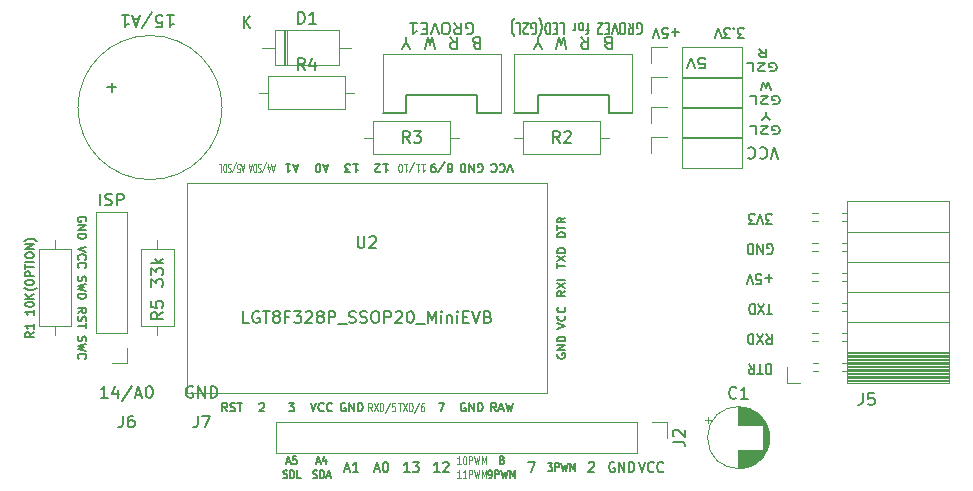
<source format=gbr>
G04 #@! TF.GenerationSoftware,KiCad,Pcbnew,5.1.9-73d0e3b20d~88~ubuntu20.04.1*
G04 #@! TF.CreationDate,2021-11-29T19:04:58+09:00*
G04 #@! TF.ProjectId,AKBONE2020LGT8F,414b424f-4e45-4323-9032-304c47543846,rev?*
G04 #@! TF.SameCoordinates,Original*
G04 #@! TF.FileFunction,Legend,Top*
G04 #@! TF.FilePolarity,Positive*
%FSLAX46Y46*%
G04 Gerber Fmt 4.6, Leading zero omitted, Abs format (unit mm)*
G04 Created by KiCad (PCBNEW 5.1.9-73d0e3b20d~88~ubuntu20.04.1) date 2021-11-29 19:04:58*
%MOMM*%
%LPD*%
G01*
G04 APERTURE LIST*
%ADD10C,0.175000*%
%ADD11C,0.200000*%
%ADD12C,0.170000*%
%ADD13C,0.150000*%
%ADD14C,0.125000*%
%ADD15C,0.120000*%
%ADD16C,0.100000*%
G04 APERTURE END LIST*
D10*
X166116666Y-114250000D02*
X165783333Y-114483333D01*
X166116666Y-114650000D02*
X165416666Y-114650000D01*
X165416666Y-114383333D01*
X165450000Y-114316666D01*
X165483333Y-114283333D01*
X165550000Y-114250000D01*
X165650000Y-114250000D01*
X165716666Y-114283333D01*
X165750000Y-114316666D01*
X165783333Y-114383333D01*
X165783333Y-114650000D01*
X166116666Y-113583333D02*
X166116666Y-113983333D01*
X166116666Y-113783333D02*
X165416666Y-113783333D01*
X165516666Y-113850000D01*
X165583333Y-113916666D01*
X165616666Y-113983333D01*
X166116666Y-112383333D02*
X166116666Y-112783333D01*
X166116666Y-112583333D02*
X165416666Y-112583333D01*
X165516666Y-112650000D01*
X165583333Y-112716666D01*
X165616666Y-112783333D01*
X165416666Y-111950000D02*
X165416666Y-111883333D01*
X165450000Y-111816666D01*
X165483333Y-111783333D01*
X165550000Y-111750000D01*
X165683333Y-111716666D01*
X165850000Y-111716666D01*
X165983333Y-111750000D01*
X166050000Y-111783333D01*
X166083333Y-111816666D01*
X166116666Y-111883333D01*
X166116666Y-111950000D01*
X166083333Y-112016666D01*
X166050000Y-112050000D01*
X165983333Y-112083333D01*
X165850000Y-112116666D01*
X165683333Y-112116666D01*
X165550000Y-112083333D01*
X165483333Y-112050000D01*
X165450000Y-112016666D01*
X165416666Y-111950000D01*
X166116666Y-111416666D02*
X165416666Y-111416666D01*
X166116666Y-111016666D02*
X165716666Y-111316666D01*
X165416666Y-111016666D02*
X165816666Y-111416666D01*
X166383333Y-110516666D02*
X166350000Y-110550000D01*
X166250000Y-110616666D01*
X166183333Y-110650000D01*
X166083333Y-110683333D01*
X165916666Y-110716666D01*
X165783333Y-110716666D01*
X165616666Y-110683333D01*
X165516666Y-110650000D01*
X165450000Y-110616666D01*
X165350000Y-110550000D01*
X165316666Y-110516666D01*
X165416666Y-110116666D02*
X165416666Y-109983333D01*
X165450000Y-109916666D01*
X165516666Y-109850000D01*
X165650000Y-109816666D01*
X165883333Y-109816666D01*
X166016666Y-109850000D01*
X166083333Y-109916666D01*
X166116666Y-109983333D01*
X166116666Y-110116666D01*
X166083333Y-110183333D01*
X166016666Y-110250000D01*
X165883333Y-110283333D01*
X165650000Y-110283333D01*
X165516666Y-110250000D01*
X165450000Y-110183333D01*
X165416666Y-110116666D01*
X166116666Y-109516666D02*
X165416666Y-109516666D01*
X165416666Y-109250000D01*
X165450000Y-109183333D01*
X165483333Y-109150000D01*
X165550000Y-109116666D01*
X165650000Y-109116666D01*
X165716666Y-109150000D01*
X165750000Y-109183333D01*
X165783333Y-109250000D01*
X165783333Y-109516666D01*
X165416666Y-108916666D02*
X165416666Y-108516666D01*
X166116666Y-108716666D02*
X165416666Y-108716666D01*
X166116666Y-108283333D02*
X165416666Y-108283333D01*
X165416666Y-107816666D02*
X165416666Y-107683333D01*
X165450000Y-107616666D01*
X165516666Y-107550000D01*
X165650000Y-107516666D01*
X165883333Y-107516666D01*
X166016666Y-107550000D01*
X166083333Y-107616666D01*
X166116666Y-107683333D01*
X166116666Y-107816666D01*
X166083333Y-107883333D01*
X166016666Y-107950000D01*
X165883333Y-107983333D01*
X165650000Y-107983333D01*
X165516666Y-107950000D01*
X165450000Y-107883333D01*
X165416666Y-107816666D01*
X166116666Y-107216666D02*
X165416666Y-107216666D01*
X166116666Y-106816666D01*
X165416666Y-106816666D01*
X166383333Y-106550000D02*
X166350000Y-106516666D01*
X166250000Y-106450000D01*
X166183333Y-106416666D01*
X166083333Y-106383333D01*
X165916666Y-106350000D01*
X165783333Y-106350000D01*
X165616666Y-106383333D01*
X165516666Y-106416666D01*
X165450000Y-106450000D01*
X165350000Y-106516666D01*
X165316666Y-106550000D01*
D11*
X172370952Y-119832380D02*
X171799523Y-119832380D01*
X172085238Y-119832380D02*
X172085238Y-118832380D01*
X171990000Y-118975238D01*
X171894761Y-119070476D01*
X171799523Y-119118095D01*
X173228095Y-119165714D02*
X173228095Y-119832380D01*
X172990000Y-118784761D02*
X172751904Y-119499047D01*
X173370952Y-119499047D01*
X174466190Y-118784761D02*
X173609047Y-120070476D01*
X174751904Y-119546666D02*
X175228095Y-119546666D01*
X174656666Y-119832380D02*
X174990000Y-118832380D01*
X175323333Y-119832380D01*
X175847142Y-118832380D02*
X175942380Y-118832380D01*
X176037619Y-118880000D01*
X176085238Y-118927619D01*
X176132857Y-119022857D01*
X176180476Y-119213333D01*
X176180476Y-119451428D01*
X176132857Y-119641904D01*
X176085238Y-119737142D01*
X176037619Y-119784761D01*
X175942380Y-119832380D01*
X175847142Y-119832380D01*
X175751904Y-119784761D01*
X175704285Y-119737142D01*
X175656666Y-119641904D01*
X175609047Y-119451428D01*
X175609047Y-119213333D01*
X175656666Y-119022857D01*
X175704285Y-118927619D01*
X175751904Y-118880000D01*
X175847142Y-118832380D01*
X179578095Y-118880000D02*
X179482857Y-118832380D01*
X179340000Y-118832380D01*
X179197142Y-118880000D01*
X179101904Y-118975238D01*
X179054285Y-119070476D01*
X179006666Y-119260952D01*
X179006666Y-119403809D01*
X179054285Y-119594285D01*
X179101904Y-119689523D01*
X179197142Y-119784761D01*
X179340000Y-119832380D01*
X179435238Y-119832380D01*
X179578095Y-119784761D01*
X179625714Y-119737142D01*
X179625714Y-119403809D01*
X179435238Y-119403809D01*
X180054285Y-119832380D02*
X180054285Y-118832380D01*
X180625714Y-119832380D01*
X180625714Y-118832380D01*
X181101904Y-119832380D02*
X181101904Y-118832380D01*
X181340000Y-118832380D01*
X181482857Y-118880000D01*
X181578095Y-118975238D01*
X181625714Y-119070476D01*
X181673333Y-119260952D01*
X181673333Y-119403809D01*
X181625714Y-119594285D01*
X181578095Y-119689523D01*
X181482857Y-119784761D01*
X181340000Y-119832380D01*
X181101904Y-119832380D01*
X177387047Y-87431619D02*
X177958476Y-87431619D01*
X177672761Y-87431619D02*
X177672761Y-88431619D01*
X177768000Y-88288761D01*
X177863238Y-88193523D01*
X177958476Y-88145904D01*
X176482285Y-88431619D02*
X176958476Y-88431619D01*
X177006095Y-87955428D01*
X176958476Y-88003047D01*
X176863238Y-88050666D01*
X176625142Y-88050666D01*
X176529904Y-88003047D01*
X176482285Y-87955428D01*
X176434666Y-87860190D01*
X176434666Y-87622095D01*
X176482285Y-87526857D01*
X176529904Y-87479238D01*
X176625142Y-87431619D01*
X176863238Y-87431619D01*
X176958476Y-87479238D01*
X177006095Y-87526857D01*
X175291809Y-88479238D02*
X176148952Y-87193523D01*
X175006095Y-87717333D02*
X174529904Y-87717333D01*
X175101333Y-87431619D02*
X174768000Y-88431619D01*
X174434666Y-87431619D01*
X173577523Y-87431619D02*
X174148952Y-87431619D01*
X173863238Y-87431619D02*
X173863238Y-88431619D01*
X173958476Y-88288761D01*
X174053714Y-88193523D01*
X174148952Y-88145904D01*
D10*
X228711047Y-97482500D02*
X228806285Y-97515833D01*
X228949142Y-97515833D01*
X229092000Y-97482500D01*
X229187238Y-97415833D01*
X229234857Y-97349166D01*
X229282476Y-97215833D01*
X229282476Y-97115833D01*
X229234857Y-96982500D01*
X229187238Y-96915833D01*
X229092000Y-96849166D01*
X228949142Y-96815833D01*
X228853904Y-96815833D01*
X228711047Y-96849166D01*
X228663428Y-96882500D01*
X228663428Y-97115833D01*
X228853904Y-97115833D01*
X228282476Y-97449166D02*
X228234857Y-97482500D01*
X228139619Y-97515833D01*
X227901523Y-97515833D01*
X227806285Y-97482500D01*
X227758666Y-97449166D01*
X227711047Y-97382500D01*
X227711047Y-97315833D01*
X227758666Y-97215833D01*
X228330095Y-96815833D01*
X227711047Y-96815833D01*
X226806285Y-96815833D02*
X227282476Y-96815833D01*
X227282476Y-97515833D01*
X228092000Y-95924166D02*
X228092000Y-95590833D01*
X228425333Y-96290833D02*
X228092000Y-95924166D01*
X227758666Y-96290833D01*
X228457047Y-92148500D02*
X228552285Y-92181833D01*
X228695142Y-92181833D01*
X228838000Y-92148500D01*
X228933238Y-92081833D01*
X228980857Y-92015166D01*
X229028476Y-91881833D01*
X229028476Y-91781833D01*
X228980857Y-91648500D01*
X228933238Y-91581833D01*
X228838000Y-91515166D01*
X228695142Y-91481833D01*
X228599904Y-91481833D01*
X228457047Y-91515166D01*
X228409428Y-91548500D01*
X228409428Y-91781833D01*
X228599904Y-91781833D01*
X228028476Y-92115166D02*
X227980857Y-92148500D01*
X227885619Y-92181833D01*
X227647523Y-92181833D01*
X227552285Y-92148500D01*
X227504666Y-92115166D01*
X227457047Y-92048500D01*
X227457047Y-91981833D01*
X227504666Y-91881833D01*
X228076095Y-91481833D01*
X227457047Y-91481833D01*
X226552285Y-91481833D02*
X227028476Y-91481833D01*
X227028476Y-92181833D01*
X227528476Y-90256833D02*
X227861809Y-90590166D01*
X228099904Y-90256833D02*
X228099904Y-90956833D01*
X227718952Y-90956833D01*
X227623714Y-90923500D01*
X227576095Y-90890166D01*
X227528476Y-90823500D01*
X227528476Y-90723500D01*
X227576095Y-90656833D01*
X227623714Y-90623500D01*
X227718952Y-90590166D01*
X228099904Y-90590166D01*
X228711047Y-94942500D02*
X228806285Y-94975833D01*
X228949142Y-94975833D01*
X229092000Y-94942500D01*
X229187238Y-94875833D01*
X229234857Y-94809166D01*
X229282476Y-94675833D01*
X229282476Y-94575833D01*
X229234857Y-94442500D01*
X229187238Y-94375833D01*
X229092000Y-94309166D01*
X228949142Y-94275833D01*
X228853904Y-94275833D01*
X228711047Y-94309166D01*
X228663428Y-94342500D01*
X228663428Y-94575833D01*
X228853904Y-94575833D01*
X228282476Y-94909166D02*
X228234857Y-94942500D01*
X228139619Y-94975833D01*
X227901523Y-94975833D01*
X227806285Y-94942500D01*
X227758666Y-94909166D01*
X227711047Y-94842500D01*
X227711047Y-94775833D01*
X227758666Y-94675833D01*
X228330095Y-94275833D01*
X227711047Y-94275833D01*
X226806285Y-94275833D02*
X227282476Y-94275833D01*
X227282476Y-94975833D01*
X228520571Y-93750833D02*
X228282476Y-93050833D01*
X228092000Y-93550833D01*
X227901523Y-93050833D01*
X227663428Y-93750833D01*
D12*
X228163333Y-114392857D02*
X228430000Y-114821428D01*
X228620476Y-114392857D02*
X228620476Y-115292857D01*
X228315714Y-115292857D01*
X228239523Y-115250000D01*
X228201428Y-115207142D01*
X228163333Y-115121428D01*
X228163333Y-114992857D01*
X228201428Y-114907142D01*
X228239523Y-114864285D01*
X228315714Y-114821428D01*
X228620476Y-114821428D01*
X227896666Y-115292857D02*
X227363333Y-114392857D01*
X227363333Y-115292857D02*
X227896666Y-114392857D01*
X227058571Y-114392857D02*
X227058571Y-115292857D01*
X226868095Y-115292857D01*
X226753809Y-115250000D01*
X226677619Y-115164285D01*
X226639523Y-115078571D01*
X226601428Y-114907142D01*
X226601428Y-114778571D01*
X226639523Y-114607142D01*
X226677619Y-114521428D01*
X226753809Y-114435714D01*
X226868095Y-114392857D01*
X227058571Y-114392857D01*
X228639523Y-112752857D02*
X228182380Y-112752857D01*
X228410952Y-111852857D02*
X228410952Y-112752857D01*
X227991904Y-112752857D02*
X227458571Y-111852857D01*
X227458571Y-112752857D02*
X227991904Y-111852857D01*
X227153809Y-111852857D02*
X227153809Y-112752857D01*
X226963333Y-112752857D01*
X226849047Y-112710000D01*
X226772857Y-112624285D01*
X226734761Y-112538571D01*
X226696666Y-112367142D01*
X226696666Y-112238571D01*
X226734761Y-112067142D01*
X226772857Y-111981428D01*
X226849047Y-111895714D01*
X226963333Y-111852857D01*
X227153809Y-111852857D01*
X228620476Y-105132857D02*
X228125238Y-105132857D01*
X228391904Y-104790000D01*
X228277619Y-104790000D01*
X228201428Y-104747142D01*
X228163333Y-104704285D01*
X228125238Y-104618571D01*
X228125238Y-104404285D01*
X228163333Y-104318571D01*
X228201428Y-104275714D01*
X228277619Y-104232857D01*
X228506190Y-104232857D01*
X228582380Y-104275714D01*
X228620476Y-104318571D01*
X227896666Y-105132857D02*
X227630000Y-104232857D01*
X227363333Y-105132857D01*
X227172857Y-105132857D02*
X226677619Y-105132857D01*
X226944285Y-104790000D01*
X226830000Y-104790000D01*
X226753809Y-104747142D01*
X226715714Y-104704285D01*
X226677619Y-104618571D01*
X226677619Y-104404285D01*
X226715714Y-104318571D01*
X226753809Y-104275714D01*
X226830000Y-104232857D01*
X227058571Y-104232857D01*
X227134761Y-104275714D01*
X227172857Y-104318571D01*
X228239523Y-107630000D02*
X228315714Y-107672857D01*
X228430000Y-107672857D01*
X228544285Y-107630000D01*
X228620476Y-107544285D01*
X228658571Y-107458571D01*
X228696666Y-107287142D01*
X228696666Y-107158571D01*
X228658571Y-106987142D01*
X228620476Y-106901428D01*
X228544285Y-106815714D01*
X228430000Y-106772857D01*
X228353809Y-106772857D01*
X228239523Y-106815714D01*
X228201428Y-106858571D01*
X228201428Y-107158571D01*
X228353809Y-107158571D01*
X227858571Y-106772857D02*
X227858571Y-107672857D01*
X227401428Y-106772857D01*
X227401428Y-107672857D01*
X227020476Y-106772857D02*
X227020476Y-107672857D01*
X226830000Y-107672857D01*
X226715714Y-107630000D01*
X226639523Y-107544285D01*
X226601428Y-107458571D01*
X226563333Y-107287142D01*
X226563333Y-107158571D01*
X226601428Y-106987142D01*
X226639523Y-106901428D01*
X226715714Y-106815714D01*
X226830000Y-106772857D01*
X227020476Y-106772857D01*
X228658571Y-109655714D02*
X228049047Y-109655714D01*
X228353809Y-109312857D02*
X228353809Y-109998571D01*
X227287142Y-110212857D02*
X227668095Y-110212857D01*
X227706190Y-109784285D01*
X227668095Y-109827142D01*
X227591904Y-109870000D01*
X227401428Y-109870000D01*
X227325238Y-109827142D01*
X227287142Y-109784285D01*
X227249047Y-109698571D01*
X227249047Y-109484285D01*
X227287142Y-109398571D01*
X227325238Y-109355714D01*
X227401428Y-109312857D01*
X227591904Y-109312857D01*
X227668095Y-109355714D01*
X227706190Y-109398571D01*
X227020476Y-110212857D02*
X226753809Y-109312857D01*
X226487142Y-110212857D01*
X228544285Y-116932857D02*
X228544285Y-117832857D01*
X228353809Y-117832857D01*
X228239523Y-117790000D01*
X228163333Y-117704285D01*
X228125238Y-117618571D01*
X228087142Y-117447142D01*
X228087142Y-117318571D01*
X228125238Y-117147142D01*
X228163333Y-117061428D01*
X228239523Y-116975714D01*
X228353809Y-116932857D01*
X228544285Y-116932857D01*
X227858571Y-117832857D02*
X227401428Y-117832857D01*
X227630000Y-116932857D02*
X227630000Y-117832857D01*
X226677619Y-116932857D02*
X226944285Y-117361428D01*
X227134761Y-116932857D02*
X227134761Y-117832857D01*
X226830000Y-117832857D01*
X226753809Y-117790000D01*
X226715714Y-117747142D01*
X226677619Y-117661428D01*
X226677619Y-117532857D01*
X226715714Y-117447142D01*
X226753809Y-117404285D01*
X226830000Y-117361428D01*
X227134761Y-117361428D01*
D13*
X187531428Y-125246666D02*
X187817142Y-125246666D01*
X187474285Y-125446666D02*
X187674285Y-124746666D01*
X187874285Y-125446666D01*
X188360000Y-124746666D02*
X188074285Y-124746666D01*
X188045714Y-125080000D01*
X188074285Y-125046666D01*
X188131428Y-125013333D01*
X188274285Y-125013333D01*
X188331428Y-125046666D01*
X188360000Y-125080000D01*
X188388571Y-125146666D01*
X188388571Y-125313333D01*
X188360000Y-125380000D01*
X188331428Y-125413333D01*
X188274285Y-125446666D01*
X188131428Y-125446666D01*
X188074285Y-125413333D01*
X188045714Y-125380000D01*
X187245714Y-126613333D02*
X187331428Y-126646666D01*
X187474285Y-126646666D01*
X187531428Y-126613333D01*
X187560000Y-126580000D01*
X187588571Y-126513333D01*
X187588571Y-126446666D01*
X187560000Y-126380000D01*
X187531428Y-126346666D01*
X187474285Y-126313333D01*
X187360000Y-126280000D01*
X187302857Y-126246666D01*
X187274285Y-126213333D01*
X187245714Y-126146666D01*
X187245714Y-126080000D01*
X187274285Y-126013333D01*
X187302857Y-125980000D01*
X187360000Y-125946666D01*
X187502857Y-125946666D01*
X187588571Y-125980000D01*
X187845714Y-126646666D02*
X187845714Y-125946666D01*
X187988571Y-125946666D01*
X188074285Y-125980000D01*
X188131428Y-126046666D01*
X188160000Y-126113333D01*
X188188571Y-126246666D01*
X188188571Y-126346666D01*
X188160000Y-126480000D01*
X188131428Y-126546666D01*
X188074285Y-126613333D01*
X187988571Y-126646666D01*
X187845714Y-126646666D01*
X188731428Y-126646666D02*
X188445714Y-126646666D01*
X188445714Y-125946666D01*
D12*
X192468571Y-125880000D02*
X192849523Y-125880000D01*
X192392380Y-126137142D02*
X192659047Y-125237142D01*
X192925714Y-126137142D01*
X193611428Y-126137142D02*
X193154285Y-126137142D01*
X193382857Y-126137142D02*
X193382857Y-125237142D01*
X193306666Y-125365714D01*
X193230476Y-125451428D01*
X193154285Y-125494285D01*
D13*
X190071428Y-125246666D02*
X190357142Y-125246666D01*
X190014285Y-125446666D02*
X190214285Y-124746666D01*
X190414285Y-125446666D01*
X190871428Y-124980000D02*
X190871428Y-125446666D01*
X190728571Y-124713333D02*
X190585714Y-125213333D01*
X190957142Y-125213333D01*
X189771428Y-126613333D02*
X189857142Y-126646666D01*
X190000000Y-126646666D01*
X190057142Y-126613333D01*
X190085714Y-126580000D01*
X190114285Y-126513333D01*
X190114285Y-126446666D01*
X190085714Y-126380000D01*
X190057142Y-126346666D01*
X190000000Y-126313333D01*
X189885714Y-126280000D01*
X189828571Y-126246666D01*
X189800000Y-126213333D01*
X189771428Y-126146666D01*
X189771428Y-126080000D01*
X189800000Y-126013333D01*
X189828571Y-125980000D01*
X189885714Y-125946666D01*
X190028571Y-125946666D01*
X190114285Y-125980000D01*
X190371428Y-126646666D02*
X190371428Y-125946666D01*
X190514285Y-125946666D01*
X190600000Y-125980000D01*
X190657142Y-126046666D01*
X190685714Y-126113333D01*
X190714285Y-126246666D01*
X190714285Y-126346666D01*
X190685714Y-126480000D01*
X190657142Y-126546666D01*
X190600000Y-126613333D01*
X190514285Y-126646666D01*
X190371428Y-126646666D01*
X190942857Y-126446666D02*
X191228571Y-126446666D01*
X190885714Y-126646666D02*
X191085714Y-125946666D01*
X191285714Y-126646666D01*
D12*
X200507619Y-126137142D02*
X200050476Y-126137142D01*
X200279047Y-126137142D02*
X200279047Y-125237142D01*
X200202857Y-125365714D01*
X200126666Y-125451428D01*
X200050476Y-125494285D01*
X200812380Y-125322857D02*
X200850476Y-125280000D01*
X200926666Y-125237142D01*
X201117142Y-125237142D01*
X201193333Y-125280000D01*
X201231428Y-125322857D01*
X201269523Y-125408571D01*
X201269523Y-125494285D01*
X201231428Y-125622857D01*
X200774285Y-126137142D01*
X201269523Y-126137142D01*
X195008571Y-125880000D02*
X195389523Y-125880000D01*
X194932380Y-126137142D02*
X195199047Y-125237142D01*
X195465714Y-126137142D01*
X195884761Y-125237142D02*
X195960952Y-125237142D01*
X196037142Y-125280000D01*
X196075238Y-125322857D01*
X196113333Y-125408571D01*
X196151428Y-125580000D01*
X196151428Y-125794285D01*
X196113333Y-125965714D01*
X196075238Y-126051428D01*
X196037142Y-126094285D01*
X195960952Y-126137142D01*
X195884761Y-126137142D01*
X195808571Y-126094285D01*
X195770476Y-126051428D01*
X195732380Y-125965714D01*
X195694285Y-125794285D01*
X195694285Y-125580000D01*
X195732380Y-125408571D01*
X195770476Y-125322857D01*
X195808571Y-125280000D01*
X195884761Y-125237142D01*
X197967619Y-126137142D02*
X197510476Y-126137142D01*
X197739047Y-126137142D02*
X197739047Y-125237142D01*
X197662857Y-125365714D01*
X197586666Y-125451428D01*
X197510476Y-125494285D01*
X198234285Y-125237142D02*
X198729523Y-125237142D01*
X198462857Y-125580000D01*
X198577142Y-125580000D01*
X198653333Y-125622857D01*
X198691428Y-125665714D01*
X198729523Y-125751428D01*
X198729523Y-125965714D01*
X198691428Y-126051428D01*
X198653333Y-126094285D01*
X198577142Y-126137142D01*
X198348571Y-126137142D01*
X198272380Y-126094285D01*
X198234285Y-126051428D01*
D14*
X202283333Y-125459166D02*
X201997619Y-125459166D01*
X202140476Y-125459166D02*
X202140476Y-124759166D01*
X202092857Y-124859166D01*
X202045238Y-124925833D01*
X201997619Y-124959166D01*
X202592857Y-124759166D02*
X202640476Y-124759166D01*
X202688095Y-124792500D01*
X202711904Y-124825833D01*
X202735714Y-124892500D01*
X202759523Y-125025833D01*
X202759523Y-125192500D01*
X202735714Y-125325833D01*
X202711904Y-125392500D01*
X202688095Y-125425833D01*
X202640476Y-125459166D01*
X202592857Y-125459166D01*
X202545238Y-125425833D01*
X202521428Y-125392500D01*
X202497619Y-125325833D01*
X202473809Y-125192500D01*
X202473809Y-125025833D01*
X202497619Y-124892500D01*
X202521428Y-124825833D01*
X202545238Y-124792500D01*
X202592857Y-124759166D01*
X202973809Y-125459166D02*
X202973809Y-124759166D01*
X203164285Y-124759166D01*
X203211904Y-124792500D01*
X203235714Y-124825833D01*
X203259523Y-124892500D01*
X203259523Y-124992500D01*
X203235714Y-125059166D01*
X203211904Y-125092500D01*
X203164285Y-125125833D01*
X202973809Y-125125833D01*
X203426190Y-124759166D02*
X203545238Y-125459166D01*
X203640476Y-124959166D01*
X203735714Y-125459166D01*
X203854761Y-124759166D01*
X204045238Y-125459166D02*
X204045238Y-124759166D01*
X204211904Y-125259166D01*
X204378571Y-124759166D01*
X204378571Y-125459166D01*
X202283333Y-126634166D02*
X201997619Y-126634166D01*
X202140476Y-126634166D02*
X202140476Y-125934166D01*
X202092857Y-126034166D01*
X202045238Y-126100833D01*
X201997619Y-126134166D01*
X202759523Y-126634166D02*
X202473809Y-126634166D01*
X202616666Y-126634166D02*
X202616666Y-125934166D01*
X202569047Y-126034166D01*
X202521428Y-126100833D01*
X202473809Y-126134166D01*
X202973809Y-126634166D02*
X202973809Y-125934166D01*
X203164285Y-125934166D01*
X203211904Y-125967500D01*
X203235714Y-126000833D01*
X203259523Y-126067500D01*
X203259523Y-126167500D01*
X203235714Y-126234166D01*
X203211904Y-126267500D01*
X203164285Y-126300833D01*
X202973809Y-126300833D01*
X203426190Y-125934166D02*
X203545238Y-126634166D01*
X203640476Y-126134166D01*
X203735714Y-126634166D01*
X203854761Y-125934166D01*
X204045238Y-126634166D02*
X204045238Y-125934166D01*
X204211904Y-126434166D01*
X204378571Y-125934166D01*
X204378571Y-126634166D01*
D12*
X208013333Y-125237142D02*
X208546666Y-125237142D01*
X208203809Y-126137142D01*
D13*
X205682857Y-125046666D02*
X205625714Y-125013333D01*
X205597142Y-124980000D01*
X205568571Y-124913333D01*
X205568571Y-124880000D01*
X205597142Y-124813333D01*
X205625714Y-124780000D01*
X205682857Y-124746666D01*
X205797142Y-124746666D01*
X205854285Y-124780000D01*
X205882857Y-124813333D01*
X205911428Y-124880000D01*
X205911428Y-124913333D01*
X205882857Y-124980000D01*
X205854285Y-125013333D01*
X205797142Y-125046666D01*
X205682857Y-125046666D01*
X205625714Y-125080000D01*
X205597142Y-125113333D01*
X205568571Y-125180000D01*
X205568571Y-125313333D01*
X205597142Y-125380000D01*
X205625714Y-125413333D01*
X205682857Y-125446666D01*
X205797142Y-125446666D01*
X205854285Y-125413333D01*
X205882857Y-125380000D01*
X205911428Y-125313333D01*
X205911428Y-125180000D01*
X205882857Y-125113333D01*
X205854285Y-125080000D01*
X205797142Y-125046666D01*
X204640000Y-126646666D02*
X204754285Y-126646666D01*
X204811428Y-126613333D01*
X204840000Y-126580000D01*
X204897142Y-126480000D01*
X204925714Y-126346666D01*
X204925714Y-126080000D01*
X204897142Y-126013333D01*
X204868571Y-125980000D01*
X204811428Y-125946666D01*
X204697142Y-125946666D01*
X204640000Y-125980000D01*
X204611428Y-126013333D01*
X204582857Y-126080000D01*
X204582857Y-126246666D01*
X204611428Y-126313333D01*
X204640000Y-126346666D01*
X204697142Y-126380000D01*
X204811428Y-126380000D01*
X204868571Y-126346666D01*
X204897142Y-126313333D01*
X204925714Y-126246666D01*
X205182857Y-126646666D02*
X205182857Y-125946666D01*
X205411428Y-125946666D01*
X205468571Y-125980000D01*
X205497142Y-126013333D01*
X205525714Y-126080000D01*
X205525714Y-126180000D01*
X205497142Y-126246666D01*
X205468571Y-126280000D01*
X205411428Y-126313333D01*
X205182857Y-126313333D01*
X205725714Y-125946666D02*
X205868571Y-126646666D01*
X205982857Y-126146666D01*
X206097142Y-126646666D01*
X206240000Y-125946666D01*
X206468571Y-126646666D02*
X206468571Y-125946666D01*
X206668571Y-126446666D01*
X206868571Y-125946666D01*
X206868571Y-126646666D01*
D12*
X213131428Y-125322857D02*
X213169523Y-125280000D01*
X213245714Y-125237142D01*
X213436190Y-125237142D01*
X213512380Y-125280000D01*
X213550476Y-125322857D01*
X213588571Y-125408571D01*
X213588571Y-125494285D01*
X213550476Y-125622857D01*
X213093333Y-126137142D01*
X213588571Y-126137142D01*
D13*
X209634285Y-125346666D02*
X210005714Y-125346666D01*
X209805714Y-125613333D01*
X209891428Y-125613333D01*
X209948571Y-125646666D01*
X209977142Y-125680000D01*
X210005714Y-125746666D01*
X210005714Y-125913333D01*
X209977142Y-125980000D01*
X209948571Y-126013333D01*
X209891428Y-126046666D01*
X209720000Y-126046666D01*
X209662857Y-126013333D01*
X209634285Y-125980000D01*
X210262857Y-126046666D02*
X210262857Y-125346666D01*
X210491428Y-125346666D01*
X210548571Y-125380000D01*
X210577142Y-125413333D01*
X210605714Y-125480000D01*
X210605714Y-125580000D01*
X210577142Y-125646666D01*
X210548571Y-125680000D01*
X210491428Y-125713333D01*
X210262857Y-125713333D01*
X210805714Y-125346666D02*
X210948571Y-126046666D01*
X211062857Y-125546666D01*
X211177142Y-126046666D01*
X211320000Y-125346666D01*
X211548571Y-126046666D02*
X211548571Y-125346666D01*
X211748571Y-125846666D01*
X211948571Y-125346666D01*
X211948571Y-126046666D01*
D12*
X215290476Y-125280000D02*
X215214285Y-125237142D01*
X215100000Y-125237142D01*
X214985714Y-125280000D01*
X214909523Y-125365714D01*
X214871428Y-125451428D01*
X214833333Y-125622857D01*
X214833333Y-125751428D01*
X214871428Y-125922857D01*
X214909523Y-126008571D01*
X214985714Y-126094285D01*
X215100000Y-126137142D01*
X215176190Y-126137142D01*
X215290476Y-126094285D01*
X215328571Y-126051428D01*
X215328571Y-125751428D01*
X215176190Y-125751428D01*
X215671428Y-126137142D02*
X215671428Y-125237142D01*
X216128571Y-126137142D01*
X216128571Y-125237142D01*
X216509523Y-126137142D02*
X216509523Y-125237142D01*
X216700000Y-125237142D01*
X216814285Y-125280000D01*
X216890476Y-125365714D01*
X216928571Y-125451428D01*
X216966666Y-125622857D01*
X216966666Y-125751428D01*
X216928571Y-125922857D01*
X216890476Y-126008571D01*
X216814285Y-126094285D01*
X216700000Y-126137142D01*
X216509523Y-126137142D01*
X217373333Y-125237142D02*
X217640000Y-126137142D01*
X217906666Y-125237142D01*
X218630476Y-126051428D02*
X218592380Y-126094285D01*
X218478095Y-126137142D01*
X218401904Y-126137142D01*
X218287619Y-126094285D01*
X218211428Y-126008571D01*
X218173333Y-125922857D01*
X218135238Y-125751428D01*
X218135238Y-125622857D01*
X218173333Y-125451428D01*
X218211428Y-125365714D01*
X218287619Y-125280000D01*
X218401904Y-125237142D01*
X218478095Y-125237142D01*
X218592380Y-125280000D01*
X218630476Y-125322857D01*
X219430476Y-126051428D02*
X219392380Y-126094285D01*
X219278095Y-126137142D01*
X219201904Y-126137142D01*
X219087619Y-126094285D01*
X219011428Y-126008571D01*
X218973333Y-125922857D01*
X218935238Y-125751428D01*
X218935238Y-125622857D01*
X218973333Y-125451428D01*
X219011428Y-125365714D01*
X219087619Y-125280000D01*
X219201904Y-125237142D01*
X219278095Y-125237142D01*
X219392380Y-125280000D01*
X219430476Y-125322857D01*
D11*
X202779047Y-89000000D02*
X202874285Y-89047619D01*
X203017142Y-89047619D01*
X203160000Y-89000000D01*
X203255238Y-88904761D01*
X203302857Y-88809523D01*
X203350476Y-88619047D01*
X203350476Y-88476190D01*
X203302857Y-88285714D01*
X203255238Y-88190476D01*
X203160000Y-88095238D01*
X203017142Y-88047619D01*
X202921904Y-88047619D01*
X202779047Y-88095238D01*
X202731428Y-88142857D01*
X202731428Y-88476190D01*
X202921904Y-88476190D01*
X201731428Y-88047619D02*
X202064761Y-88523809D01*
X202302857Y-88047619D02*
X202302857Y-89047619D01*
X201921904Y-89047619D01*
X201826666Y-89000000D01*
X201779047Y-88952380D01*
X201731428Y-88857142D01*
X201731428Y-88714285D01*
X201779047Y-88619047D01*
X201826666Y-88571428D01*
X201921904Y-88523809D01*
X202302857Y-88523809D01*
X201112380Y-89047619D02*
X200921904Y-89047619D01*
X200826666Y-89000000D01*
X200731428Y-88904761D01*
X200683809Y-88714285D01*
X200683809Y-88380952D01*
X200731428Y-88190476D01*
X200826666Y-88095238D01*
X200921904Y-88047619D01*
X201112380Y-88047619D01*
X201207619Y-88095238D01*
X201302857Y-88190476D01*
X201350476Y-88380952D01*
X201350476Y-88714285D01*
X201302857Y-88904761D01*
X201207619Y-89000000D01*
X201112380Y-89047619D01*
X200398095Y-89047619D02*
X200064761Y-88047619D01*
X199731428Y-89047619D01*
X199398095Y-88571428D02*
X199064761Y-88571428D01*
X198921904Y-88047619D02*
X199398095Y-88047619D01*
X199398095Y-89047619D01*
X198921904Y-89047619D01*
X197969523Y-88047619D02*
X198540952Y-88047619D01*
X198255238Y-88047619D02*
X198255238Y-89047619D01*
X198350476Y-88904761D01*
X198445714Y-88809523D01*
X198540952Y-88761904D01*
X226224952Y-89392857D02*
X225729714Y-89392857D01*
X225996380Y-89050000D01*
X225882095Y-89050000D01*
X225805904Y-89007142D01*
X225767809Y-88964285D01*
X225729714Y-88878571D01*
X225729714Y-88664285D01*
X225767809Y-88578571D01*
X225805904Y-88535714D01*
X225882095Y-88492857D01*
X226110666Y-88492857D01*
X226186857Y-88535714D01*
X226224952Y-88578571D01*
X225386857Y-88578571D02*
X225348761Y-88535714D01*
X225386857Y-88492857D01*
X225424952Y-88535714D01*
X225386857Y-88578571D01*
X225386857Y-88492857D01*
X225082095Y-89392857D02*
X224586857Y-89392857D01*
X224853523Y-89050000D01*
X224739238Y-89050000D01*
X224663047Y-89007142D01*
X224624952Y-88964285D01*
X224586857Y-88878571D01*
X224586857Y-88664285D01*
X224624952Y-88578571D01*
X224663047Y-88535714D01*
X224739238Y-88492857D01*
X224967809Y-88492857D01*
X225044000Y-88535714D01*
X225082095Y-88578571D01*
X224358285Y-89392857D02*
X224091619Y-88492857D01*
X223824952Y-89392857D01*
X222440476Y-91932857D02*
X222916666Y-91932857D01*
X222964285Y-91504285D01*
X222916666Y-91547142D01*
X222821428Y-91590000D01*
X222583333Y-91590000D01*
X222488095Y-91547142D01*
X222440476Y-91504285D01*
X222392857Y-91418571D01*
X222392857Y-91204285D01*
X222440476Y-91118571D01*
X222488095Y-91075714D01*
X222583333Y-91032857D01*
X222821428Y-91032857D01*
X222916666Y-91075714D01*
X222964285Y-91118571D01*
X222107142Y-91932857D02*
X221773809Y-91032857D01*
X221440476Y-91932857D01*
X229171333Y-99607619D02*
X228838000Y-98607619D01*
X228504666Y-99607619D01*
X227599904Y-98702857D02*
X227647523Y-98655238D01*
X227790380Y-98607619D01*
X227885619Y-98607619D01*
X228028476Y-98655238D01*
X228123714Y-98750476D01*
X228171333Y-98845714D01*
X228218952Y-99036190D01*
X228218952Y-99179047D01*
X228171333Y-99369523D01*
X228123714Y-99464761D01*
X228028476Y-99560000D01*
X227885619Y-99607619D01*
X227790380Y-99607619D01*
X227647523Y-99560000D01*
X227599904Y-99512380D01*
X226599904Y-98702857D02*
X226647523Y-98655238D01*
X226790380Y-98607619D01*
X226885619Y-98607619D01*
X227028476Y-98655238D01*
X227123714Y-98750476D01*
X227171333Y-98845714D01*
X227218952Y-99036190D01*
X227218952Y-99179047D01*
X227171333Y-99369523D01*
X227123714Y-99464761D01*
X227028476Y-99560000D01*
X226885619Y-99607619D01*
X226790380Y-99607619D01*
X226647523Y-99560000D01*
X226599904Y-99512380D01*
D10*
X217223333Y-89000000D02*
X217290000Y-89047619D01*
X217390000Y-89047619D01*
X217490000Y-89000000D01*
X217556666Y-88904761D01*
X217590000Y-88809523D01*
X217623333Y-88619047D01*
X217623333Y-88476190D01*
X217590000Y-88285714D01*
X217556666Y-88190476D01*
X217490000Y-88095238D01*
X217390000Y-88047619D01*
X217323333Y-88047619D01*
X217223333Y-88095238D01*
X217190000Y-88142857D01*
X217190000Y-88476190D01*
X217323333Y-88476190D01*
X216490000Y-88047619D02*
X216723333Y-88523809D01*
X216890000Y-88047619D02*
X216890000Y-89047619D01*
X216623333Y-89047619D01*
X216556666Y-89000000D01*
X216523333Y-88952380D01*
X216490000Y-88857142D01*
X216490000Y-88714285D01*
X216523333Y-88619047D01*
X216556666Y-88571428D01*
X216623333Y-88523809D01*
X216890000Y-88523809D01*
X216056666Y-89047619D02*
X215923333Y-89047619D01*
X215856666Y-89000000D01*
X215790000Y-88904761D01*
X215756666Y-88714285D01*
X215756666Y-88380952D01*
X215790000Y-88190476D01*
X215856666Y-88095238D01*
X215923333Y-88047619D01*
X216056666Y-88047619D01*
X216123333Y-88095238D01*
X216190000Y-88190476D01*
X216223333Y-88380952D01*
X216223333Y-88714285D01*
X216190000Y-88904761D01*
X216123333Y-89000000D01*
X216056666Y-89047619D01*
X215556666Y-89047619D02*
X215323333Y-88047619D01*
X215090000Y-89047619D01*
X214856666Y-88571428D02*
X214623333Y-88571428D01*
X214523333Y-88047619D02*
X214856666Y-88047619D01*
X214856666Y-89047619D01*
X214523333Y-89047619D01*
X214256666Y-88952380D02*
X214223333Y-89000000D01*
X214156666Y-89047619D01*
X213990000Y-89047619D01*
X213923333Y-89000000D01*
X213890000Y-88952380D01*
X213856666Y-88857142D01*
X213856666Y-88761904D01*
X213890000Y-88619047D01*
X214290000Y-88047619D01*
X213856666Y-88047619D01*
X213123333Y-88714285D02*
X212856666Y-88714285D01*
X213023333Y-88047619D02*
X213023333Y-88904761D01*
X212990000Y-89000000D01*
X212923333Y-89047619D01*
X212856666Y-89047619D01*
X212523333Y-88047619D02*
X212590000Y-88095238D01*
X212623333Y-88142857D01*
X212656666Y-88238095D01*
X212656666Y-88523809D01*
X212623333Y-88619047D01*
X212590000Y-88666666D01*
X212523333Y-88714285D01*
X212423333Y-88714285D01*
X212356666Y-88666666D01*
X212323333Y-88619047D01*
X212290000Y-88523809D01*
X212290000Y-88238095D01*
X212323333Y-88142857D01*
X212356666Y-88095238D01*
X212423333Y-88047619D01*
X212523333Y-88047619D01*
X211990000Y-88047619D02*
X211990000Y-88714285D01*
X211990000Y-88523809D02*
X211956666Y-88619047D01*
X211923333Y-88666666D01*
X211856666Y-88714285D01*
X211790000Y-88714285D01*
X210690000Y-88047619D02*
X211023333Y-88047619D01*
X211023333Y-89047619D01*
X210456666Y-88571428D02*
X210223333Y-88571428D01*
X210123333Y-88047619D02*
X210456666Y-88047619D01*
X210456666Y-89047619D01*
X210123333Y-89047619D01*
X209823333Y-88047619D02*
X209823333Y-89047619D01*
X209656666Y-89047619D01*
X209556666Y-89000000D01*
X209490000Y-88904761D01*
X209456666Y-88809523D01*
X209423333Y-88619047D01*
X209423333Y-88476190D01*
X209456666Y-88285714D01*
X209490000Y-88190476D01*
X209556666Y-88095238D01*
X209656666Y-88047619D01*
X209823333Y-88047619D01*
X208923333Y-87666666D02*
X208956666Y-87714285D01*
X209023333Y-87857142D01*
X209056666Y-87952380D01*
X209090000Y-88095238D01*
X209123333Y-88333333D01*
X209123333Y-88523809D01*
X209090000Y-88761904D01*
X209056666Y-88904761D01*
X209023333Y-89000000D01*
X208956666Y-89142857D01*
X208923333Y-89190476D01*
X208290000Y-89000000D02*
X208356666Y-89047619D01*
X208456666Y-89047619D01*
X208556666Y-89000000D01*
X208623333Y-88904761D01*
X208656666Y-88809523D01*
X208690000Y-88619047D01*
X208690000Y-88476190D01*
X208656666Y-88285714D01*
X208623333Y-88190476D01*
X208556666Y-88095238D01*
X208456666Y-88047619D01*
X208390000Y-88047619D01*
X208290000Y-88095238D01*
X208256666Y-88142857D01*
X208256666Y-88476190D01*
X208390000Y-88476190D01*
X207990000Y-88952380D02*
X207956666Y-89000000D01*
X207890000Y-89047619D01*
X207723333Y-89047619D01*
X207656666Y-89000000D01*
X207623333Y-88952380D01*
X207590000Y-88857142D01*
X207590000Y-88761904D01*
X207623333Y-88619047D01*
X208023333Y-88047619D01*
X207590000Y-88047619D01*
X206956666Y-88047619D02*
X207290000Y-88047619D01*
X207290000Y-89047619D01*
X206790000Y-87666666D02*
X206756666Y-87714285D01*
X206690000Y-87857142D01*
X206656666Y-87952380D01*
X206623333Y-88095238D01*
X206590000Y-88333333D01*
X206590000Y-88523809D01*
X206623333Y-88761904D01*
X206656666Y-88904761D01*
X206690000Y-89000000D01*
X206756666Y-89142857D01*
X206790000Y-89190476D01*
D11*
X220738571Y-88835714D02*
X220129047Y-88835714D01*
X220433809Y-88492857D02*
X220433809Y-89178571D01*
X219367142Y-89392857D02*
X219748095Y-89392857D01*
X219786190Y-88964285D01*
X219748095Y-89007142D01*
X219671904Y-89050000D01*
X219481428Y-89050000D01*
X219405238Y-89007142D01*
X219367142Y-88964285D01*
X219329047Y-88878571D01*
X219329047Y-88664285D01*
X219367142Y-88578571D01*
X219405238Y-88535714D01*
X219481428Y-88492857D01*
X219671904Y-88492857D01*
X219748095Y-88535714D01*
X219786190Y-88578571D01*
X219100476Y-89392857D02*
X218833809Y-88492857D01*
X218567142Y-89392857D01*
D15*
X228410000Y-123190000D02*
G75*
G03*
X228410000Y-123190000I-2620000J0D01*
G01*
X225790000Y-124230000D02*
X225790000Y-125770000D01*
X225790000Y-120610000D02*
X225790000Y-122150000D01*
X225830000Y-124230000D02*
X225830000Y-125770000D01*
X225830000Y-120610000D02*
X225830000Y-122150000D01*
X225870000Y-120611000D02*
X225870000Y-122150000D01*
X225870000Y-124230000D02*
X225870000Y-125769000D01*
X225910000Y-120612000D02*
X225910000Y-122150000D01*
X225910000Y-124230000D02*
X225910000Y-125768000D01*
X225950000Y-120614000D02*
X225950000Y-122150000D01*
X225950000Y-124230000D02*
X225950000Y-125766000D01*
X225990000Y-120617000D02*
X225990000Y-122150000D01*
X225990000Y-124230000D02*
X225990000Y-125763000D01*
X226030000Y-120621000D02*
X226030000Y-122150000D01*
X226030000Y-124230000D02*
X226030000Y-125759000D01*
X226070000Y-120625000D02*
X226070000Y-122150000D01*
X226070000Y-124230000D02*
X226070000Y-125755000D01*
X226110000Y-120629000D02*
X226110000Y-122150000D01*
X226110000Y-124230000D02*
X226110000Y-125751000D01*
X226150000Y-120634000D02*
X226150000Y-122150000D01*
X226150000Y-124230000D02*
X226150000Y-125746000D01*
X226190000Y-120640000D02*
X226190000Y-122150000D01*
X226190000Y-124230000D02*
X226190000Y-125740000D01*
X226230000Y-120647000D02*
X226230000Y-122150000D01*
X226230000Y-124230000D02*
X226230000Y-125733000D01*
X226270000Y-120654000D02*
X226270000Y-122150000D01*
X226270000Y-124230000D02*
X226270000Y-125726000D01*
X226310000Y-120662000D02*
X226310000Y-122150000D01*
X226310000Y-124230000D02*
X226310000Y-125718000D01*
X226350000Y-120670000D02*
X226350000Y-122150000D01*
X226350000Y-124230000D02*
X226350000Y-125710000D01*
X226390000Y-120679000D02*
X226390000Y-122150000D01*
X226390000Y-124230000D02*
X226390000Y-125701000D01*
X226430000Y-120689000D02*
X226430000Y-122150000D01*
X226430000Y-124230000D02*
X226430000Y-125691000D01*
X226470000Y-120699000D02*
X226470000Y-122150000D01*
X226470000Y-124230000D02*
X226470000Y-125681000D01*
X226511000Y-120710000D02*
X226511000Y-122150000D01*
X226511000Y-124230000D02*
X226511000Y-125670000D01*
X226551000Y-120722000D02*
X226551000Y-122150000D01*
X226551000Y-124230000D02*
X226551000Y-125658000D01*
X226591000Y-120735000D02*
X226591000Y-122150000D01*
X226591000Y-124230000D02*
X226591000Y-125645000D01*
X226631000Y-120748000D02*
X226631000Y-122150000D01*
X226631000Y-124230000D02*
X226631000Y-125632000D01*
X226671000Y-120762000D02*
X226671000Y-122150000D01*
X226671000Y-124230000D02*
X226671000Y-125618000D01*
X226711000Y-120776000D02*
X226711000Y-122150000D01*
X226711000Y-124230000D02*
X226711000Y-125604000D01*
X226751000Y-120792000D02*
X226751000Y-122150000D01*
X226751000Y-124230000D02*
X226751000Y-125588000D01*
X226791000Y-120808000D02*
X226791000Y-122150000D01*
X226791000Y-124230000D02*
X226791000Y-125572000D01*
X226831000Y-120825000D02*
X226831000Y-122150000D01*
X226831000Y-124230000D02*
X226831000Y-125555000D01*
X226871000Y-120842000D02*
X226871000Y-122150000D01*
X226871000Y-124230000D02*
X226871000Y-125538000D01*
X226911000Y-120861000D02*
X226911000Y-122150000D01*
X226911000Y-124230000D02*
X226911000Y-125519000D01*
X226951000Y-120880000D02*
X226951000Y-122150000D01*
X226951000Y-124230000D02*
X226951000Y-125500000D01*
X226991000Y-120900000D02*
X226991000Y-122150000D01*
X226991000Y-124230000D02*
X226991000Y-125480000D01*
X227031000Y-120922000D02*
X227031000Y-122150000D01*
X227031000Y-124230000D02*
X227031000Y-125458000D01*
X227071000Y-120943000D02*
X227071000Y-122150000D01*
X227071000Y-124230000D02*
X227071000Y-125437000D01*
X227111000Y-120966000D02*
X227111000Y-122150000D01*
X227111000Y-124230000D02*
X227111000Y-125414000D01*
X227151000Y-120990000D02*
X227151000Y-122150000D01*
X227151000Y-124230000D02*
X227151000Y-125390000D01*
X227191000Y-121015000D02*
X227191000Y-122150000D01*
X227191000Y-124230000D02*
X227191000Y-125365000D01*
X227231000Y-121041000D02*
X227231000Y-122150000D01*
X227231000Y-124230000D02*
X227231000Y-125339000D01*
X227271000Y-121068000D02*
X227271000Y-122150000D01*
X227271000Y-124230000D02*
X227271000Y-125312000D01*
X227311000Y-121095000D02*
X227311000Y-122150000D01*
X227311000Y-124230000D02*
X227311000Y-125285000D01*
X227351000Y-121125000D02*
X227351000Y-122150000D01*
X227351000Y-124230000D02*
X227351000Y-125255000D01*
X227391000Y-121155000D02*
X227391000Y-122150000D01*
X227391000Y-124230000D02*
X227391000Y-125225000D01*
X227431000Y-121186000D02*
X227431000Y-122150000D01*
X227431000Y-124230000D02*
X227431000Y-125194000D01*
X227471000Y-121219000D02*
X227471000Y-122150000D01*
X227471000Y-124230000D02*
X227471000Y-125161000D01*
X227511000Y-121253000D02*
X227511000Y-122150000D01*
X227511000Y-124230000D02*
X227511000Y-125127000D01*
X227551000Y-121289000D02*
X227551000Y-122150000D01*
X227551000Y-124230000D02*
X227551000Y-125091000D01*
X227591000Y-121326000D02*
X227591000Y-122150000D01*
X227591000Y-124230000D02*
X227591000Y-125054000D01*
X227631000Y-121364000D02*
X227631000Y-122150000D01*
X227631000Y-124230000D02*
X227631000Y-125016000D01*
X227671000Y-121405000D02*
X227671000Y-122150000D01*
X227671000Y-124230000D02*
X227671000Y-124975000D01*
X227711000Y-121447000D02*
X227711000Y-122150000D01*
X227711000Y-124230000D02*
X227711000Y-124933000D01*
X227751000Y-121491000D02*
X227751000Y-122150000D01*
X227751000Y-124230000D02*
X227751000Y-124889000D01*
X227791000Y-121537000D02*
X227791000Y-122150000D01*
X227791000Y-124230000D02*
X227791000Y-124843000D01*
X227831000Y-121585000D02*
X227831000Y-124795000D01*
X227871000Y-121636000D02*
X227871000Y-124744000D01*
X227911000Y-121690000D02*
X227911000Y-124690000D01*
X227951000Y-121747000D02*
X227951000Y-124633000D01*
X227991000Y-121807000D02*
X227991000Y-124573000D01*
X228031000Y-121871000D02*
X228031000Y-124509000D01*
X228071000Y-121939000D02*
X228071000Y-124441000D01*
X228111000Y-122012000D02*
X228111000Y-124368000D01*
X228151000Y-122092000D02*
X228151000Y-124288000D01*
X228191000Y-122179000D02*
X228191000Y-124201000D01*
X228231000Y-122275000D02*
X228231000Y-124105000D01*
X228271000Y-122385000D02*
X228271000Y-123995000D01*
X228311000Y-122513000D02*
X228311000Y-123867000D01*
X228351000Y-122672000D02*
X228351000Y-123708000D01*
X228391000Y-122906000D02*
X228391000Y-123474000D01*
X222985225Y-121715000D02*
X223485225Y-121715000D01*
X223235225Y-121465000D02*
X223235225Y-121965000D01*
X186510000Y-88700000D02*
X186510000Y-91640000D01*
X186510000Y-91640000D02*
X191950000Y-91640000D01*
X191950000Y-91640000D02*
X191950000Y-88700000D01*
X191950000Y-88700000D02*
X186510000Y-88700000D01*
X185490000Y-90170000D02*
X186510000Y-90170000D01*
X192970000Y-90170000D02*
X191950000Y-90170000D01*
X187410000Y-88700000D02*
X187410000Y-91640000D01*
X187530000Y-88700000D02*
X187530000Y-91640000D01*
X187290000Y-88700000D02*
X187290000Y-91640000D01*
X174050000Y-104080000D02*
X171390000Y-104080000D01*
X174050000Y-114300000D02*
X174050000Y-104080000D01*
X171390000Y-114300000D02*
X171390000Y-104080000D01*
X174050000Y-114300000D02*
X171390000Y-114300000D01*
X174050000Y-115570000D02*
X174050000Y-116900000D01*
X174050000Y-116900000D02*
X172720000Y-116900000D01*
X186630000Y-121860000D02*
X186630000Y-124520000D01*
X217170000Y-121860000D02*
X186630000Y-121860000D01*
X217170000Y-124520000D02*
X186630000Y-124520000D01*
X217170000Y-121860000D02*
X217170000Y-124520000D01*
X218440000Y-121860000D02*
X219770000Y-121860000D01*
X219770000Y-121860000D02*
X219770000Y-123190000D01*
X220980000Y-100390000D02*
X220980000Y-97730000D01*
X220980000Y-100390000D02*
X226120000Y-100390000D01*
X226120000Y-100390000D02*
X226120000Y-97730000D01*
X220980000Y-97730000D02*
X226120000Y-97730000D01*
X218380000Y-97730000D02*
X219710000Y-97730000D01*
X218380000Y-99060000D02*
X218380000Y-97730000D01*
X218380000Y-96520000D02*
X218380000Y-95190000D01*
X218380000Y-95190000D02*
X219710000Y-95190000D01*
X220980000Y-95190000D02*
X226120000Y-95190000D01*
X226120000Y-97850000D02*
X226120000Y-95190000D01*
X220980000Y-97850000D02*
X226120000Y-97850000D01*
X220980000Y-97850000D02*
X220980000Y-95190000D01*
X205660000Y-90710000D02*
X205660000Y-95710000D01*
X195660000Y-90710000D02*
X205660000Y-90710000D01*
X195660000Y-95710000D02*
X195660000Y-90710000D01*
D13*
X203660000Y-95710000D02*
X203660000Y-94210000D01*
X205660000Y-95710000D02*
X203660000Y-95710000D01*
X197660000Y-94210000D02*
X203660000Y-94210000D01*
X197660000Y-95710000D02*
X197660000Y-94210000D01*
X195660000Y-95710000D02*
X197660000Y-95710000D01*
D15*
X179070000Y-119380000D02*
X209550000Y-119380000D01*
X209550000Y-119380000D02*
X209550000Y-101600000D01*
X209550000Y-101600000D02*
X179070000Y-101600000D01*
X179070000Y-101600000D02*
X179070000Y-119380000D01*
X231000000Y-118530000D02*
X229890000Y-118530000D01*
X229890000Y-118530000D02*
X229890000Y-117200000D01*
X243630000Y-118530000D02*
X243630000Y-103170000D01*
X243630000Y-103170000D02*
X235000000Y-103170000D01*
X235000000Y-118530000D02*
X235000000Y-103170000D01*
X243630000Y-118530000D02*
X235000000Y-118530000D01*
X243630000Y-105770000D02*
X235000000Y-105770000D01*
X243630000Y-108310000D02*
X235000000Y-108310000D01*
X243630000Y-110850000D02*
X235000000Y-110850000D01*
X243630000Y-113390000D02*
X235000000Y-113390000D01*
X243630000Y-115930000D02*
X235000000Y-115930000D01*
X232490000Y-104140000D02*
X232050000Y-104140000D01*
X235000000Y-104140000D02*
X234590000Y-104140000D01*
X232490000Y-104860000D02*
X232050000Y-104860000D01*
X235000000Y-104860000D02*
X234590000Y-104860000D01*
X232490000Y-106680000D02*
X232050000Y-106680000D01*
X235000000Y-106680000D02*
X234590000Y-106680000D01*
X232490000Y-107400000D02*
X232050000Y-107400000D01*
X235000000Y-107400000D02*
X234590000Y-107400000D01*
X232490000Y-109220000D02*
X232050000Y-109220000D01*
X235000000Y-109220000D02*
X234590000Y-109220000D01*
X232490000Y-109940000D02*
X232050000Y-109940000D01*
X235000000Y-109940000D02*
X234590000Y-109940000D01*
X232490000Y-111760000D02*
X232050000Y-111760000D01*
X235000000Y-111760000D02*
X234590000Y-111760000D01*
X232490000Y-112480000D02*
X232050000Y-112480000D01*
X235000000Y-112480000D02*
X234590000Y-112480000D01*
X232490000Y-114300000D02*
X232050000Y-114300000D01*
X235000000Y-114300000D02*
X234590000Y-114300000D01*
X232490000Y-115020000D02*
X232050000Y-115020000D01*
X235000000Y-115020000D02*
X234590000Y-115020000D01*
X232490000Y-116840000D02*
X232110000Y-116840000D01*
X235000000Y-116840000D02*
X234590000Y-116840000D01*
X232490000Y-117560000D02*
X232110000Y-117560000D01*
X235000000Y-117560000D02*
X234590000Y-117560000D01*
X243630000Y-116048100D02*
X235000000Y-116048100D01*
X243630000Y-116166195D02*
X235000000Y-116166195D01*
X243630000Y-116284290D02*
X235000000Y-116284290D01*
X243630000Y-116402385D02*
X235000000Y-116402385D01*
X243630000Y-116520480D02*
X235000000Y-116520480D01*
X243630000Y-116638575D02*
X235000000Y-116638575D01*
X243630000Y-116756670D02*
X235000000Y-116756670D01*
X243630000Y-116874765D02*
X235000000Y-116874765D01*
X243630000Y-116992860D02*
X235000000Y-116992860D01*
X243630000Y-117110955D02*
X235000000Y-117110955D01*
X243630000Y-117229050D02*
X235000000Y-117229050D01*
X243630000Y-117347145D02*
X235000000Y-117347145D01*
X243630000Y-117465240D02*
X235000000Y-117465240D01*
X243630000Y-117583335D02*
X235000000Y-117583335D01*
X243630000Y-117701430D02*
X235000000Y-117701430D01*
X243630000Y-117819525D02*
X235000000Y-117819525D01*
X243630000Y-117937620D02*
X235000000Y-117937620D01*
X243630000Y-118055715D02*
X235000000Y-118055715D01*
X243630000Y-118173810D02*
X235000000Y-118173810D01*
X243630000Y-118291905D02*
X235000000Y-118291905D01*
X243630000Y-118410000D02*
X235000000Y-118410000D01*
X182070000Y-95250000D02*
G75*
G03*
X182070000Y-95250000I-6100000J0D01*
G01*
X220980000Y-95310000D02*
X220980000Y-92650000D01*
X220980000Y-95310000D02*
X226120000Y-95310000D01*
X226120000Y-95310000D02*
X226120000Y-92650000D01*
X220980000Y-92650000D02*
X226120000Y-92650000D01*
X218380000Y-92650000D02*
X219710000Y-92650000D01*
X218380000Y-93980000D02*
X218380000Y-92650000D01*
X218380000Y-91440000D02*
X218380000Y-90110000D01*
X218380000Y-90110000D02*
X219710000Y-90110000D01*
X220980000Y-90110000D02*
X226120000Y-90110000D01*
X226120000Y-92770000D02*
X226120000Y-90110000D01*
X220980000Y-92770000D02*
X226120000Y-92770000D01*
X220980000Y-92770000D02*
X220980000Y-90110000D01*
X216788000Y-90710000D02*
X216788000Y-95710000D01*
X206788000Y-90710000D02*
X216788000Y-90710000D01*
X206788000Y-95710000D02*
X206788000Y-90710000D01*
D13*
X214788000Y-95710000D02*
X214788000Y-94210000D01*
X216788000Y-95710000D02*
X214788000Y-95710000D01*
X208788000Y-94210000D02*
X214788000Y-94210000D01*
X208788000Y-95710000D02*
X208788000Y-94210000D01*
X206788000Y-95710000D02*
X208788000Y-95710000D01*
D15*
X169270000Y-107210000D02*
X166530000Y-107210000D01*
X166530000Y-107210000D02*
X166530000Y-113750000D01*
X166530000Y-113750000D02*
X169270000Y-113750000D01*
X169270000Y-113750000D02*
X169270000Y-107210000D01*
X167900000Y-106440000D02*
X167900000Y-107210000D01*
X167900000Y-114520000D02*
X167900000Y-113750000D01*
X214860000Y-97790000D02*
X214090000Y-97790000D01*
X206780000Y-97790000D02*
X207550000Y-97790000D01*
X214090000Y-96420000D02*
X207550000Y-96420000D01*
X214090000Y-99160000D02*
X214090000Y-96420000D01*
X207550000Y-99160000D02*
X214090000Y-99160000D01*
X207550000Y-96420000D02*
X207550000Y-99160000D01*
X194850000Y-96420000D02*
X194850000Y-99160000D01*
X194850000Y-99160000D02*
X201390000Y-99160000D01*
X201390000Y-99160000D02*
X201390000Y-96420000D01*
X201390000Y-96420000D02*
X194850000Y-96420000D01*
X194080000Y-97790000D02*
X194850000Y-97790000D01*
X202160000Y-97790000D02*
X201390000Y-97790000D01*
X193270000Y-93980000D02*
X192500000Y-93980000D01*
X185190000Y-93980000D02*
X185960000Y-93980000D01*
X192500000Y-92610000D02*
X185960000Y-92610000D01*
X192500000Y-95350000D02*
X192500000Y-92610000D01*
X185960000Y-95350000D02*
X192500000Y-95350000D01*
X185960000Y-92610000D02*
X185960000Y-95350000D01*
X175230000Y-113750000D02*
X177970000Y-113750000D01*
X177970000Y-113750000D02*
X177970000Y-107210000D01*
X177970000Y-107210000D02*
X175230000Y-107210000D01*
X175230000Y-107210000D02*
X175230000Y-113750000D01*
X176600000Y-114520000D02*
X176600000Y-113750000D01*
X176600000Y-106440000D02*
X176600000Y-107210000D01*
D13*
X173656666Y-121332380D02*
X173656666Y-122046666D01*
X173609047Y-122189523D01*
X173513809Y-122284761D01*
X173370952Y-122332380D01*
X173275714Y-122332380D01*
X174561428Y-121332380D02*
X174370952Y-121332380D01*
X174275714Y-121380000D01*
X174228095Y-121427619D01*
X174132857Y-121570476D01*
X174085238Y-121760952D01*
X174085238Y-122141904D01*
X174132857Y-122237142D01*
X174180476Y-122284761D01*
X174275714Y-122332380D01*
X174466190Y-122332380D01*
X174561428Y-122284761D01*
X174609047Y-122237142D01*
X174656666Y-122141904D01*
X174656666Y-121903809D01*
X174609047Y-121808571D01*
X174561428Y-121760952D01*
X174466190Y-121713333D01*
X174275714Y-121713333D01*
X174180476Y-121760952D01*
X174132857Y-121808571D01*
X174085238Y-121903809D01*
X180006666Y-121332380D02*
X180006666Y-122046666D01*
X179959047Y-122189523D01*
X179863809Y-122284761D01*
X179720952Y-122332380D01*
X179625714Y-122332380D01*
X180387619Y-121332380D02*
X181054285Y-121332380D01*
X180625714Y-122332380D01*
X225623333Y-119797142D02*
X225575714Y-119844761D01*
X225432857Y-119892380D01*
X225337619Y-119892380D01*
X225194761Y-119844761D01*
X225099523Y-119749523D01*
X225051904Y-119654285D01*
X225004285Y-119463809D01*
X225004285Y-119320952D01*
X225051904Y-119130476D01*
X225099523Y-119035238D01*
X225194761Y-118940000D01*
X225337619Y-118892380D01*
X225432857Y-118892380D01*
X225575714Y-118940000D01*
X225623333Y-118987619D01*
X226575714Y-119892380D02*
X226004285Y-119892380D01*
X226290000Y-119892380D02*
X226290000Y-118892380D01*
X226194761Y-119035238D01*
X226099523Y-119130476D01*
X226004285Y-119178095D01*
X188491904Y-88152380D02*
X188491904Y-87152380D01*
X188730000Y-87152380D01*
X188872857Y-87200000D01*
X188968095Y-87295238D01*
X189015714Y-87390476D01*
X189063333Y-87580952D01*
X189063333Y-87723809D01*
X189015714Y-87914285D01*
X188968095Y-88009523D01*
X188872857Y-88104761D01*
X188730000Y-88152380D01*
X188491904Y-88152380D01*
X190015714Y-88152380D02*
X189444285Y-88152380D01*
X189730000Y-88152380D02*
X189730000Y-87152380D01*
X189634761Y-87295238D01*
X189539523Y-87390476D01*
X189444285Y-87438095D01*
X183888095Y-88522380D02*
X183888095Y-87522380D01*
X184459523Y-88522380D02*
X184030952Y-87950952D01*
X184459523Y-87522380D02*
X183888095Y-88093809D01*
X171743809Y-103532380D02*
X171743809Y-102532380D01*
X172172380Y-103484761D02*
X172315238Y-103532380D01*
X172553333Y-103532380D01*
X172648571Y-103484761D01*
X172696190Y-103437142D01*
X172743809Y-103341904D01*
X172743809Y-103246666D01*
X172696190Y-103151428D01*
X172648571Y-103103809D01*
X172553333Y-103056190D01*
X172362857Y-103008571D01*
X172267619Y-102960952D01*
X172220000Y-102913333D01*
X172172380Y-102818095D01*
X172172380Y-102722857D01*
X172220000Y-102627619D01*
X172267619Y-102580000D01*
X172362857Y-102532380D01*
X172600952Y-102532380D01*
X172743809Y-102580000D01*
X173172380Y-103532380D02*
X173172380Y-102532380D01*
X173553333Y-102532380D01*
X173648571Y-102580000D01*
X173696190Y-102627619D01*
X173743809Y-102722857D01*
X173743809Y-102865714D01*
X173696190Y-102960952D01*
X173648571Y-103008571D01*
X173553333Y-103056190D01*
X173172380Y-103056190D01*
X220222380Y-123523333D02*
X220936666Y-123523333D01*
X221079523Y-123570952D01*
X221174761Y-123666190D01*
X221222380Y-123809047D01*
X221222380Y-123904285D01*
X220317619Y-123094761D02*
X220270000Y-123047142D01*
X220222380Y-122951904D01*
X220222380Y-122713809D01*
X220270000Y-122618571D01*
X220317619Y-122570952D01*
X220412857Y-122523333D01*
X220508095Y-122523333D01*
X220650952Y-122570952D01*
X221222380Y-123142380D01*
X221222380Y-122523333D01*
X197660000Y-89733809D02*
X197660000Y-89257619D01*
X197993333Y-90257619D02*
X197660000Y-89733809D01*
X197326666Y-90257619D01*
X200088571Y-90257619D02*
X199850476Y-89257619D01*
X199660000Y-89971904D01*
X199469523Y-89257619D01*
X199231428Y-90257619D01*
X201350476Y-89257619D02*
X201683809Y-89733809D01*
X201921904Y-89257619D02*
X201921904Y-90257619D01*
X201540952Y-90257619D01*
X201445714Y-90210000D01*
X201398095Y-90162380D01*
X201350476Y-90067142D01*
X201350476Y-89924285D01*
X201398095Y-89829047D01*
X201445714Y-89781428D01*
X201540952Y-89733809D01*
X201921904Y-89733809D01*
X203588571Y-89781428D02*
X203445714Y-89733809D01*
X203398095Y-89686190D01*
X203350476Y-89590952D01*
X203350476Y-89448095D01*
X203398095Y-89352857D01*
X203445714Y-89305238D01*
X203540952Y-89257619D01*
X203921904Y-89257619D01*
X203921904Y-90257619D01*
X203588571Y-90257619D01*
X203493333Y-90210000D01*
X203445714Y-90162380D01*
X203398095Y-90067142D01*
X203398095Y-89971904D01*
X203445714Y-89876666D01*
X203493333Y-89829047D01*
X203588571Y-89781428D01*
X203921904Y-89781428D01*
X193548095Y-106132380D02*
X193548095Y-106941904D01*
X193595714Y-107037142D01*
X193643333Y-107084761D01*
X193738571Y-107132380D01*
X193929047Y-107132380D01*
X194024285Y-107084761D01*
X194071904Y-107037142D01*
X194119523Y-106941904D01*
X194119523Y-106132380D01*
X194548095Y-106227619D02*
X194595714Y-106180000D01*
X194690952Y-106132380D01*
X194929047Y-106132380D01*
X195024285Y-106180000D01*
X195071904Y-106227619D01*
X195119523Y-106322857D01*
X195119523Y-106418095D01*
X195071904Y-106560952D01*
X194500476Y-107132380D01*
X195119523Y-107132380D01*
X184333809Y-113482380D02*
X183857619Y-113482380D01*
X183857619Y-112482380D01*
X185190952Y-112530000D02*
X185095714Y-112482380D01*
X184952857Y-112482380D01*
X184810000Y-112530000D01*
X184714761Y-112625238D01*
X184667142Y-112720476D01*
X184619523Y-112910952D01*
X184619523Y-113053809D01*
X184667142Y-113244285D01*
X184714761Y-113339523D01*
X184810000Y-113434761D01*
X184952857Y-113482380D01*
X185048095Y-113482380D01*
X185190952Y-113434761D01*
X185238571Y-113387142D01*
X185238571Y-113053809D01*
X185048095Y-113053809D01*
X185524285Y-112482380D02*
X186095714Y-112482380D01*
X185810000Y-113482380D02*
X185810000Y-112482380D01*
X186571904Y-112910952D02*
X186476666Y-112863333D01*
X186429047Y-112815714D01*
X186381428Y-112720476D01*
X186381428Y-112672857D01*
X186429047Y-112577619D01*
X186476666Y-112530000D01*
X186571904Y-112482380D01*
X186762380Y-112482380D01*
X186857619Y-112530000D01*
X186905238Y-112577619D01*
X186952857Y-112672857D01*
X186952857Y-112720476D01*
X186905238Y-112815714D01*
X186857619Y-112863333D01*
X186762380Y-112910952D01*
X186571904Y-112910952D01*
X186476666Y-112958571D01*
X186429047Y-113006190D01*
X186381428Y-113101428D01*
X186381428Y-113291904D01*
X186429047Y-113387142D01*
X186476666Y-113434761D01*
X186571904Y-113482380D01*
X186762380Y-113482380D01*
X186857619Y-113434761D01*
X186905238Y-113387142D01*
X186952857Y-113291904D01*
X186952857Y-113101428D01*
X186905238Y-113006190D01*
X186857619Y-112958571D01*
X186762380Y-112910952D01*
X187714761Y-112958571D02*
X187381428Y-112958571D01*
X187381428Y-113482380D02*
X187381428Y-112482380D01*
X187857619Y-112482380D01*
X188143333Y-112482380D02*
X188762380Y-112482380D01*
X188429047Y-112863333D01*
X188571904Y-112863333D01*
X188667142Y-112910952D01*
X188714761Y-112958571D01*
X188762380Y-113053809D01*
X188762380Y-113291904D01*
X188714761Y-113387142D01*
X188667142Y-113434761D01*
X188571904Y-113482380D01*
X188286190Y-113482380D01*
X188190952Y-113434761D01*
X188143333Y-113387142D01*
X189143333Y-112577619D02*
X189190952Y-112530000D01*
X189286190Y-112482380D01*
X189524285Y-112482380D01*
X189619523Y-112530000D01*
X189667142Y-112577619D01*
X189714761Y-112672857D01*
X189714761Y-112768095D01*
X189667142Y-112910952D01*
X189095714Y-113482380D01*
X189714761Y-113482380D01*
X190286190Y-112910952D02*
X190190952Y-112863333D01*
X190143333Y-112815714D01*
X190095714Y-112720476D01*
X190095714Y-112672857D01*
X190143333Y-112577619D01*
X190190952Y-112530000D01*
X190286190Y-112482380D01*
X190476666Y-112482380D01*
X190571904Y-112530000D01*
X190619523Y-112577619D01*
X190667142Y-112672857D01*
X190667142Y-112720476D01*
X190619523Y-112815714D01*
X190571904Y-112863333D01*
X190476666Y-112910952D01*
X190286190Y-112910952D01*
X190190952Y-112958571D01*
X190143333Y-113006190D01*
X190095714Y-113101428D01*
X190095714Y-113291904D01*
X190143333Y-113387142D01*
X190190952Y-113434761D01*
X190286190Y-113482380D01*
X190476666Y-113482380D01*
X190571904Y-113434761D01*
X190619523Y-113387142D01*
X190667142Y-113291904D01*
X190667142Y-113101428D01*
X190619523Y-113006190D01*
X190571904Y-112958571D01*
X190476666Y-112910952D01*
X191095714Y-113482380D02*
X191095714Y-112482380D01*
X191476666Y-112482380D01*
X191571904Y-112530000D01*
X191619523Y-112577619D01*
X191667142Y-112672857D01*
X191667142Y-112815714D01*
X191619523Y-112910952D01*
X191571904Y-112958571D01*
X191476666Y-113006190D01*
X191095714Y-113006190D01*
X191857619Y-113577619D02*
X192619523Y-113577619D01*
X192810000Y-113434761D02*
X192952857Y-113482380D01*
X193190952Y-113482380D01*
X193286190Y-113434761D01*
X193333809Y-113387142D01*
X193381428Y-113291904D01*
X193381428Y-113196666D01*
X193333809Y-113101428D01*
X193286190Y-113053809D01*
X193190952Y-113006190D01*
X193000476Y-112958571D01*
X192905238Y-112910952D01*
X192857619Y-112863333D01*
X192810000Y-112768095D01*
X192810000Y-112672857D01*
X192857619Y-112577619D01*
X192905238Y-112530000D01*
X193000476Y-112482380D01*
X193238571Y-112482380D01*
X193381428Y-112530000D01*
X193762380Y-113434761D02*
X193905238Y-113482380D01*
X194143333Y-113482380D01*
X194238571Y-113434761D01*
X194286190Y-113387142D01*
X194333809Y-113291904D01*
X194333809Y-113196666D01*
X194286190Y-113101428D01*
X194238571Y-113053809D01*
X194143333Y-113006190D01*
X193952857Y-112958571D01*
X193857619Y-112910952D01*
X193810000Y-112863333D01*
X193762380Y-112768095D01*
X193762380Y-112672857D01*
X193810000Y-112577619D01*
X193857619Y-112530000D01*
X193952857Y-112482380D01*
X194190952Y-112482380D01*
X194333809Y-112530000D01*
X194952857Y-112482380D02*
X195143333Y-112482380D01*
X195238571Y-112530000D01*
X195333809Y-112625238D01*
X195381428Y-112815714D01*
X195381428Y-113149047D01*
X195333809Y-113339523D01*
X195238571Y-113434761D01*
X195143333Y-113482380D01*
X194952857Y-113482380D01*
X194857619Y-113434761D01*
X194762380Y-113339523D01*
X194714761Y-113149047D01*
X194714761Y-112815714D01*
X194762380Y-112625238D01*
X194857619Y-112530000D01*
X194952857Y-112482380D01*
X195810000Y-113482380D02*
X195810000Y-112482380D01*
X196190952Y-112482380D01*
X196286190Y-112530000D01*
X196333809Y-112577619D01*
X196381428Y-112672857D01*
X196381428Y-112815714D01*
X196333809Y-112910952D01*
X196286190Y-112958571D01*
X196190952Y-113006190D01*
X195810000Y-113006190D01*
X196762380Y-112577619D02*
X196810000Y-112530000D01*
X196905238Y-112482380D01*
X197143333Y-112482380D01*
X197238571Y-112530000D01*
X197286190Y-112577619D01*
X197333809Y-112672857D01*
X197333809Y-112768095D01*
X197286190Y-112910952D01*
X196714761Y-113482380D01*
X197333809Y-113482380D01*
X197952857Y-112482380D02*
X198048095Y-112482380D01*
X198143333Y-112530000D01*
X198190952Y-112577619D01*
X198238571Y-112672857D01*
X198286190Y-112863333D01*
X198286190Y-113101428D01*
X198238571Y-113291904D01*
X198190952Y-113387142D01*
X198143333Y-113434761D01*
X198048095Y-113482380D01*
X197952857Y-113482380D01*
X197857619Y-113434761D01*
X197810000Y-113387142D01*
X197762380Y-113291904D01*
X197714761Y-113101428D01*
X197714761Y-112863333D01*
X197762380Y-112672857D01*
X197810000Y-112577619D01*
X197857619Y-112530000D01*
X197952857Y-112482380D01*
X198476666Y-113577619D02*
X199238571Y-113577619D01*
X199476666Y-113482380D02*
X199476666Y-112482380D01*
X199810000Y-113196666D01*
X200143333Y-112482380D01*
X200143333Y-113482380D01*
X200619523Y-113482380D02*
X200619523Y-112815714D01*
X200619523Y-112482380D02*
X200571904Y-112530000D01*
X200619523Y-112577619D01*
X200667142Y-112530000D01*
X200619523Y-112482380D01*
X200619523Y-112577619D01*
X201095714Y-112815714D02*
X201095714Y-113482380D01*
X201095714Y-112910952D02*
X201143333Y-112863333D01*
X201238571Y-112815714D01*
X201381428Y-112815714D01*
X201476666Y-112863333D01*
X201524285Y-112958571D01*
X201524285Y-113482380D01*
X202000476Y-113482380D02*
X202000476Y-112815714D01*
X202000476Y-112482380D02*
X201952857Y-112530000D01*
X202000476Y-112577619D01*
X202048095Y-112530000D01*
X202000476Y-112482380D01*
X202000476Y-112577619D01*
X202476666Y-112958571D02*
X202810000Y-112958571D01*
X202952857Y-113482380D02*
X202476666Y-113482380D01*
X202476666Y-112482380D01*
X202952857Y-112482380D01*
X203238571Y-112482380D02*
X203571904Y-113482380D01*
X203905238Y-112482380D01*
X204571904Y-112958571D02*
X204714761Y-113006190D01*
X204762380Y-113053809D01*
X204810000Y-113149047D01*
X204810000Y-113291904D01*
X204762380Y-113387142D01*
X204714761Y-113434761D01*
X204619523Y-113482380D01*
X204238571Y-113482380D01*
X204238571Y-112482380D01*
X204571904Y-112482380D01*
X204667142Y-112530000D01*
X204714761Y-112577619D01*
X204762380Y-112672857D01*
X204762380Y-112768095D01*
X204714761Y-112863333D01*
X204667142Y-112910952D01*
X204571904Y-112958571D01*
X204238571Y-112958571D01*
X182496666Y-120966666D02*
X182263333Y-120633333D01*
X182096666Y-120966666D02*
X182096666Y-120266666D01*
X182363333Y-120266666D01*
X182430000Y-120300000D01*
X182463333Y-120333333D01*
X182496666Y-120400000D01*
X182496666Y-120500000D01*
X182463333Y-120566666D01*
X182430000Y-120600000D01*
X182363333Y-120633333D01*
X182096666Y-120633333D01*
X182763333Y-120933333D02*
X182863333Y-120966666D01*
X183030000Y-120966666D01*
X183096666Y-120933333D01*
X183130000Y-120900000D01*
X183163333Y-120833333D01*
X183163333Y-120766666D01*
X183130000Y-120700000D01*
X183096666Y-120666666D01*
X183030000Y-120633333D01*
X182896666Y-120600000D01*
X182830000Y-120566666D01*
X182796666Y-120533333D01*
X182763333Y-120466666D01*
X182763333Y-120400000D01*
X182796666Y-120333333D01*
X182830000Y-120300000D01*
X182896666Y-120266666D01*
X183063333Y-120266666D01*
X183163333Y-120300000D01*
X183363333Y-120266666D02*
X183763333Y-120266666D01*
X183563333Y-120966666D02*
X183563333Y-120266666D01*
X185220000Y-120333333D02*
X185253333Y-120300000D01*
X185320000Y-120266666D01*
X185486666Y-120266666D01*
X185553333Y-120300000D01*
X185586666Y-120333333D01*
X185620000Y-120400000D01*
X185620000Y-120466666D01*
X185586666Y-120566666D01*
X185186666Y-120966666D01*
X185620000Y-120966666D01*
X187726666Y-120266666D02*
X188160000Y-120266666D01*
X187926666Y-120533333D01*
X188026666Y-120533333D01*
X188093333Y-120566666D01*
X188126666Y-120600000D01*
X188160000Y-120666666D01*
X188160000Y-120833333D01*
X188126666Y-120900000D01*
X188093333Y-120933333D01*
X188026666Y-120966666D01*
X187826666Y-120966666D01*
X187760000Y-120933333D01*
X187726666Y-120900000D01*
X192506666Y-120300000D02*
X192440000Y-120266666D01*
X192340000Y-120266666D01*
X192240000Y-120300000D01*
X192173333Y-120366666D01*
X192140000Y-120433333D01*
X192106666Y-120566666D01*
X192106666Y-120666666D01*
X192140000Y-120800000D01*
X192173333Y-120866666D01*
X192240000Y-120933333D01*
X192340000Y-120966666D01*
X192406666Y-120966666D01*
X192506666Y-120933333D01*
X192540000Y-120900000D01*
X192540000Y-120666666D01*
X192406666Y-120666666D01*
X192840000Y-120966666D02*
X192840000Y-120266666D01*
X193240000Y-120966666D01*
X193240000Y-120266666D01*
X193573333Y-120966666D02*
X193573333Y-120266666D01*
X193740000Y-120266666D01*
X193840000Y-120300000D01*
X193906666Y-120366666D01*
X193940000Y-120433333D01*
X193973333Y-120566666D01*
X193973333Y-120666666D01*
X193940000Y-120800000D01*
X193906666Y-120866666D01*
X193840000Y-120933333D01*
X193740000Y-120966666D01*
X193573333Y-120966666D01*
D14*
X194746666Y-120966666D02*
X194580000Y-120633333D01*
X194460952Y-120966666D02*
X194460952Y-120266666D01*
X194651428Y-120266666D01*
X194699047Y-120300000D01*
X194722857Y-120333333D01*
X194746666Y-120400000D01*
X194746666Y-120500000D01*
X194722857Y-120566666D01*
X194699047Y-120600000D01*
X194651428Y-120633333D01*
X194460952Y-120633333D01*
X194913333Y-120266666D02*
X195246666Y-120966666D01*
X195246666Y-120266666D02*
X194913333Y-120966666D01*
X195437142Y-120966666D02*
X195437142Y-120266666D01*
X195556190Y-120266666D01*
X195627619Y-120300000D01*
X195675238Y-120366666D01*
X195699047Y-120433333D01*
X195722857Y-120566666D01*
X195722857Y-120666666D01*
X195699047Y-120800000D01*
X195675238Y-120866666D01*
X195627619Y-120933333D01*
X195556190Y-120966666D01*
X195437142Y-120966666D01*
X196294285Y-120233333D02*
X195865714Y-121133333D01*
X196699047Y-120266666D02*
X196460952Y-120266666D01*
X196437142Y-120600000D01*
X196460952Y-120566666D01*
X196508571Y-120533333D01*
X196627619Y-120533333D01*
X196675238Y-120566666D01*
X196699047Y-120600000D01*
X196722857Y-120666666D01*
X196722857Y-120833333D01*
X196699047Y-120900000D01*
X196675238Y-120933333D01*
X196627619Y-120966666D01*
X196508571Y-120966666D01*
X196460952Y-120933333D01*
X196437142Y-120900000D01*
X196989047Y-120266666D02*
X197274761Y-120266666D01*
X197131904Y-120966666D02*
X197131904Y-120266666D01*
X197393809Y-120266666D02*
X197727142Y-120966666D01*
X197727142Y-120266666D02*
X197393809Y-120966666D01*
X197917619Y-120966666D02*
X197917619Y-120266666D01*
X198036666Y-120266666D01*
X198108095Y-120300000D01*
X198155714Y-120366666D01*
X198179523Y-120433333D01*
X198203333Y-120566666D01*
X198203333Y-120666666D01*
X198179523Y-120800000D01*
X198155714Y-120866666D01*
X198108095Y-120933333D01*
X198036666Y-120966666D01*
X197917619Y-120966666D01*
X198774761Y-120233333D02*
X198346190Y-121133333D01*
X199155714Y-120266666D02*
X199060476Y-120266666D01*
X199012857Y-120300000D01*
X198989047Y-120333333D01*
X198941428Y-120433333D01*
X198917619Y-120566666D01*
X198917619Y-120833333D01*
X198941428Y-120900000D01*
X198965238Y-120933333D01*
X199012857Y-120966666D01*
X199108095Y-120966666D01*
X199155714Y-120933333D01*
X199179523Y-120900000D01*
X199203333Y-120833333D01*
X199203333Y-120666666D01*
X199179523Y-120600000D01*
X199155714Y-120566666D01*
X199108095Y-120533333D01*
X199012857Y-120533333D01*
X198965238Y-120566666D01*
X198941428Y-120600000D01*
X198917619Y-120666666D01*
D13*
X200426666Y-120266666D02*
X200893333Y-120266666D01*
X200593333Y-120966666D01*
X211136666Y-110773333D02*
X210803333Y-111006666D01*
X211136666Y-111173333D02*
X210436666Y-111173333D01*
X210436666Y-110906666D01*
X210470000Y-110840000D01*
X210503333Y-110806666D01*
X210570000Y-110773333D01*
X210670000Y-110773333D01*
X210736666Y-110806666D01*
X210770000Y-110840000D01*
X210803333Y-110906666D01*
X210803333Y-111173333D01*
X210436666Y-110540000D02*
X211136666Y-110073333D01*
X210436666Y-110073333D02*
X211136666Y-110540000D01*
X211136666Y-109806666D02*
X210436666Y-109806666D01*
X210470000Y-116103333D02*
X210436666Y-116170000D01*
X210436666Y-116270000D01*
X210470000Y-116370000D01*
X210536666Y-116436666D01*
X210603333Y-116470000D01*
X210736666Y-116503333D01*
X210836666Y-116503333D01*
X210970000Y-116470000D01*
X211036666Y-116436666D01*
X211103333Y-116370000D01*
X211136666Y-116270000D01*
X211136666Y-116203333D01*
X211103333Y-116103333D01*
X211070000Y-116070000D01*
X210836666Y-116070000D01*
X210836666Y-116203333D01*
X211136666Y-115770000D02*
X210436666Y-115770000D01*
X211136666Y-115370000D01*
X210436666Y-115370000D01*
X211136666Y-115036666D02*
X210436666Y-115036666D01*
X210436666Y-114870000D01*
X210470000Y-114770000D01*
X210536666Y-114703333D01*
X210603333Y-114670000D01*
X210736666Y-114636666D01*
X210836666Y-114636666D01*
X210970000Y-114670000D01*
X211036666Y-114703333D01*
X211103333Y-114770000D01*
X211136666Y-114870000D01*
X211136666Y-115036666D01*
X210436666Y-113963333D02*
X211136666Y-113730000D01*
X210436666Y-113496666D01*
X211070000Y-112863333D02*
X211103333Y-112896666D01*
X211136666Y-112996666D01*
X211136666Y-113063333D01*
X211103333Y-113163333D01*
X211036666Y-113230000D01*
X210970000Y-113263333D01*
X210836666Y-113296666D01*
X210736666Y-113296666D01*
X210603333Y-113263333D01*
X210536666Y-113230000D01*
X210470000Y-113163333D01*
X210436666Y-113063333D01*
X210436666Y-112996666D01*
X210470000Y-112896666D01*
X210503333Y-112863333D01*
X211070000Y-112163333D02*
X211103333Y-112196666D01*
X211136666Y-112296666D01*
X211136666Y-112363333D01*
X211103333Y-112463333D01*
X211036666Y-112530000D01*
X210970000Y-112563333D01*
X210836666Y-112596666D01*
X210736666Y-112596666D01*
X210603333Y-112563333D01*
X210536666Y-112530000D01*
X210470000Y-112463333D01*
X210436666Y-112363333D01*
X210436666Y-112296666D01*
X210470000Y-112196666D01*
X210503333Y-112163333D01*
X169896666Y-109540000D02*
X169863333Y-109640000D01*
X169863333Y-109806666D01*
X169896666Y-109873333D01*
X169930000Y-109906666D01*
X169996666Y-109940000D01*
X170063333Y-109940000D01*
X170130000Y-109906666D01*
X170163333Y-109873333D01*
X170196666Y-109806666D01*
X170230000Y-109673333D01*
X170263333Y-109606666D01*
X170296666Y-109573333D01*
X170363333Y-109540000D01*
X170430000Y-109540000D01*
X170496666Y-109573333D01*
X170530000Y-109606666D01*
X170563333Y-109673333D01*
X170563333Y-109840000D01*
X170530000Y-109940000D01*
X170563333Y-110173333D02*
X169863333Y-110340000D01*
X170363333Y-110473333D01*
X169863333Y-110606666D01*
X170563333Y-110773333D01*
X169863333Y-111040000D02*
X170563333Y-111040000D01*
X170563333Y-111206666D01*
X170530000Y-111306666D01*
X170463333Y-111373333D01*
X170396666Y-111406666D01*
X170263333Y-111440000D01*
X170163333Y-111440000D01*
X170030000Y-111406666D01*
X169963333Y-111373333D01*
X169896666Y-111306666D01*
X169863333Y-111206666D01*
X169863333Y-111040000D01*
X170563333Y-107016666D02*
X169863333Y-107250000D01*
X170563333Y-107483333D01*
X169930000Y-108116666D02*
X169896666Y-108083333D01*
X169863333Y-107983333D01*
X169863333Y-107916666D01*
X169896666Y-107816666D01*
X169963333Y-107750000D01*
X170030000Y-107716666D01*
X170163333Y-107683333D01*
X170263333Y-107683333D01*
X170396666Y-107716666D01*
X170463333Y-107750000D01*
X170530000Y-107816666D01*
X170563333Y-107916666D01*
X170563333Y-107983333D01*
X170530000Y-108083333D01*
X170496666Y-108116666D01*
X169930000Y-108816666D02*
X169896666Y-108783333D01*
X169863333Y-108683333D01*
X169863333Y-108616666D01*
X169896666Y-108516666D01*
X169963333Y-108450000D01*
X170030000Y-108416666D01*
X170163333Y-108383333D01*
X170263333Y-108383333D01*
X170396666Y-108416666D01*
X170463333Y-108450000D01*
X170530000Y-108516666D01*
X170563333Y-108616666D01*
X170563333Y-108683333D01*
X170530000Y-108783333D01*
X170496666Y-108816666D01*
X170530000Y-104876666D02*
X170563333Y-104810000D01*
X170563333Y-104710000D01*
X170530000Y-104610000D01*
X170463333Y-104543333D01*
X170396666Y-104510000D01*
X170263333Y-104476666D01*
X170163333Y-104476666D01*
X170030000Y-104510000D01*
X169963333Y-104543333D01*
X169896666Y-104610000D01*
X169863333Y-104710000D01*
X169863333Y-104776666D01*
X169896666Y-104876666D01*
X169930000Y-104910000D01*
X170163333Y-104910000D01*
X170163333Y-104776666D01*
X169863333Y-105210000D02*
X170563333Y-105210000D01*
X169863333Y-105610000D01*
X170563333Y-105610000D01*
X169863333Y-105943333D02*
X170563333Y-105943333D01*
X170563333Y-106110000D01*
X170530000Y-106210000D01*
X170463333Y-106276666D01*
X170396666Y-106310000D01*
X170263333Y-106343333D01*
X170163333Y-106343333D01*
X170030000Y-106310000D01*
X169963333Y-106276666D01*
X169896666Y-106210000D01*
X169863333Y-106110000D01*
X169863333Y-105943333D01*
X210436666Y-108833333D02*
X210436666Y-108433333D01*
X211136666Y-108633333D02*
X210436666Y-108633333D01*
X210436666Y-108266666D02*
X211136666Y-107800000D01*
X210436666Y-107800000D02*
X211136666Y-108266666D01*
X211136666Y-107533333D02*
X210436666Y-107533333D01*
X210436666Y-107366666D01*
X210470000Y-107266666D01*
X210536666Y-107200000D01*
X210603333Y-107166666D01*
X210736666Y-107133333D01*
X210836666Y-107133333D01*
X210970000Y-107166666D01*
X211036666Y-107200000D01*
X211103333Y-107266666D01*
X211136666Y-107366666D01*
X211136666Y-107533333D01*
X211136666Y-106210000D02*
X210436666Y-106210000D01*
X210436666Y-106043333D01*
X210470000Y-105943333D01*
X210536666Y-105876666D01*
X210603333Y-105843333D01*
X210736666Y-105810000D01*
X210836666Y-105810000D01*
X210970000Y-105843333D01*
X211036666Y-105876666D01*
X211103333Y-105943333D01*
X211136666Y-106043333D01*
X211136666Y-106210000D01*
X210436666Y-105610000D02*
X210436666Y-105210000D01*
X211136666Y-105410000D02*
X210436666Y-105410000D01*
X211136666Y-104576666D02*
X210803333Y-104810000D01*
X211136666Y-104976666D02*
X210436666Y-104976666D01*
X210436666Y-104710000D01*
X210470000Y-104643333D01*
X210503333Y-104610000D01*
X210570000Y-104576666D01*
X210670000Y-104576666D01*
X210736666Y-104610000D01*
X210770000Y-104643333D01*
X210803333Y-104710000D01*
X210803333Y-104976666D01*
X201426666Y-100413333D02*
X201493333Y-100446666D01*
X201526666Y-100480000D01*
X201560000Y-100546666D01*
X201560000Y-100580000D01*
X201526666Y-100646666D01*
X201493333Y-100680000D01*
X201426666Y-100713333D01*
X201293333Y-100713333D01*
X201226666Y-100680000D01*
X201193333Y-100646666D01*
X201160000Y-100580000D01*
X201160000Y-100546666D01*
X201193333Y-100480000D01*
X201226666Y-100446666D01*
X201293333Y-100413333D01*
X201426666Y-100413333D01*
X201493333Y-100380000D01*
X201526666Y-100346666D01*
X201560000Y-100280000D01*
X201560000Y-100146666D01*
X201526666Y-100080000D01*
X201493333Y-100046666D01*
X201426666Y-100013333D01*
X201293333Y-100013333D01*
X201226666Y-100046666D01*
X201193333Y-100080000D01*
X201160000Y-100146666D01*
X201160000Y-100280000D01*
X201193333Y-100346666D01*
X201226666Y-100380000D01*
X201293333Y-100413333D01*
X200360000Y-100746666D02*
X200960000Y-99846666D01*
X200093333Y-100013333D02*
X199960000Y-100013333D01*
X199893333Y-100046666D01*
X199860000Y-100080000D01*
X199793333Y-100180000D01*
X199760000Y-100313333D01*
X199760000Y-100580000D01*
X199793333Y-100646666D01*
X199826666Y-100680000D01*
X199893333Y-100713333D01*
X200026666Y-100713333D01*
X200093333Y-100680000D01*
X200126666Y-100646666D01*
X200160000Y-100580000D01*
X200160000Y-100413333D01*
X200126666Y-100346666D01*
X200093333Y-100313333D01*
X200026666Y-100280000D01*
X199893333Y-100280000D01*
X199826666Y-100313333D01*
X199793333Y-100346666D01*
X199760000Y-100413333D01*
X206673333Y-100713333D02*
X206440000Y-100013333D01*
X206206666Y-100713333D01*
X205573333Y-100080000D02*
X205606666Y-100046666D01*
X205706666Y-100013333D01*
X205773333Y-100013333D01*
X205873333Y-100046666D01*
X205940000Y-100113333D01*
X205973333Y-100180000D01*
X206006666Y-100313333D01*
X206006666Y-100413333D01*
X205973333Y-100546666D01*
X205940000Y-100613333D01*
X205873333Y-100680000D01*
X205773333Y-100713333D01*
X205706666Y-100713333D01*
X205606666Y-100680000D01*
X205573333Y-100646666D01*
X204873333Y-100080000D02*
X204906666Y-100046666D01*
X205006666Y-100013333D01*
X205073333Y-100013333D01*
X205173333Y-100046666D01*
X205240000Y-100113333D01*
X205273333Y-100180000D01*
X205306666Y-100313333D01*
X205306666Y-100413333D01*
X205273333Y-100546666D01*
X205240000Y-100613333D01*
X205173333Y-100680000D01*
X205073333Y-100713333D01*
X205006666Y-100713333D01*
X204906666Y-100680000D01*
X204873333Y-100646666D01*
X195713333Y-100013333D02*
X196113333Y-100013333D01*
X195913333Y-100013333D02*
X195913333Y-100713333D01*
X195980000Y-100613333D01*
X196046666Y-100546666D01*
X196113333Y-100513333D01*
X195446666Y-100646666D02*
X195413333Y-100680000D01*
X195346666Y-100713333D01*
X195180000Y-100713333D01*
X195113333Y-100680000D01*
X195080000Y-100646666D01*
X195046666Y-100580000D01*
X195046666Y-100513333D01*
X195080000Y-100413333D01*
X195480000Y-100013333D01*
X195046666Y-100013333D01*
D16*
X183927619Y-100213333D02*
X183737142Y-100213333D01*
X183965714Y-100013333D02*
X183832380Y-100713333D01*
X183699047Y-100013333D01*
X183375238Y-100713333D02*
X183565714Y-100713333D01*
X183584761Y-100380000D01*
X183565714Y-100413333D01*
X183527619Y-100446666D01*
X183432380Y-100446666D01*
X183394285Y-100413333D01*
X183375238Y-100380000D01*
X183356190Y-100313333D01*
X183356190Y-100146666D01*
X183375238Y-100080000D01*
X183394285Y-100046666D01*
X183432380Y-100013333D01*
X183527619Y-100013333D01*
X183565714Y-100046666D01*
X183584761Y-100080000D01*
X182899047Y-100746666D02*
X183241904Y-99846666D01*
X182784761Y-100046666D02*
X182727619Y-100013333D01*
X182632380Y-100013333D01*
X182594285Y-100046666D01*
X182575238Y-100080000D01*
X182556190Y-100146666D01*
X182556190Y-100213333D01*
X182575238Y-100280000D01*
X182594285Y-100313333D01*
X182632380Y-100346666D01*
X182708571Y-100380000D01*
X182746666Y-100413333D01*
X182765714Y-100446666D01*
X182784761Y-100513333D01*
X182784761Y-100580000D01*
X182765714Y-100646666D01*
X182746666Y-100680000D01*
X182708571Y-100713333D01*
X182613333Y-100713333D01*
X182556190Y-100680000D01*
X182384761Y-100013333D02*
X182384761Y-100713333D01*
X182289523Y-100713333D01*
X182232380Y-100680000D01*
X182194285Y-100613333D01*
X182175238Y-100546666D01*
X182156190Y-100413333D01*
X182156190Y-100313333D01*
X182175238Y-100180000D01*
X182194285Y-100113333D01*
X182232380Y-100046666D01*
X182289523Y-100013333D01*
X182384761Y-100013333D01*
X181794285Y-100013333D02*
X181984761Y-100013333D01*
X181984761Y-100713333D01*
D13*
X188460000Y-100213333D02*
X188126666Y-100213333D01*
X188526666Y-100013333D02*
X188293333Y-100713333D01*
X188060000Y-100013333D01*
X187460000Y-100013333D02*
X187860000Y-100013333D01*
X187660000Y-100013333D02*
X187660000Y-100713333D01*
X187726666Y-100613333D01*
X187793333Y-100546666D01*
X187860000Y-100513333D01*
X191000000Y-100213333D02*
X190666666Y-100213333D01*
X191066666Y-100013333D02*
X190833333Y-100713333D01*
X190600000Y-100013333D01*
X190233333Y-100713333D02*
X190166666Y-100713333D01*
X190100000Y-100680000D01*
X190066666Y-100646666D01*
X190033333Y-100580000D01*
X190000000Y-100446666D01*
X190000000Y-100280000D01*
X190033333Y-100146666D01*
X190066666Y-100080000D01*
X190100000Y-100046666D01*
X190166666Y-100013333D01*
X190233333Y-100013333D01*
X190300000Y-100046666D01*
X190333333Y-100080000D01*
X190366666Y-100146666D01*
X190400000Y-100280000D01*
X190400000Y-100446666D01*
X190366666Y-100580000D01*
X190333333Y-100646666D01*
X190300000Y-100680000D01*
X190233333Y-100713333D01*
D16*
X186477142Y-100213333D02*
X186286666Y-100213333D01*
X186515238Y-100013333D02*
X186381904Y-100713333D01*
X186248571Y-100013333D01*
X185943809Y-100480000D02*
X185943809Y-100013333D01*
X186039047Y-100746666D02*
X186134285Y-100246666D01*
X185886666Y-100246666D01*
X185448571Y-100746666D02*
X185791428Y-99846666D01*
X185334285Y-100046666D02*
X185277142Y-100013333D01*
X185181904Y-100013333D01*
X185143809Y-100046666D01*
X185124761Y-100080000D01*
X185105714Y-100146666D01*
X185105714Y-100213333D01*
X185124761Y-100280000D01*
X185143809Y-100313333D01*
X185181904Y-100346666D01*
X185258095Y-100380000D01*
X185296190Y-100413333D01*
X185315238Y-100446666D01*
X185334285Y-100513333D01*
X185334285Y-100580000D01*
X185315238Y-100646666D01*
X185296190Y-100680000D01*
X185258095Y-100713333D01*
X185162857Y-100713333D01*
X185105714Y-100680000D01*
X184934285Y-100013333D02*
X184934285Y-100713333D01*
X184839047Y-100713333D01*
X184781904Y-100680000D01*
X184743809Y-100613333D01*
X184724761Y-100546666D01*
X184705714Y-100413333D01*
X184705714Y-100313333D01*
X184724761Y-100180000D01*
X184743809Y-100113333D01*
X184781904Y-100046666D01*
X184839047Y-100013333D01*
X184934285Y-100013333D01*
X184553333Y-100213333D02*
X184362857Y-100213333D01*
X184591428Y-100013333D02*
X184458095Y-100713333D01*
X184324761Y-100013333D01*
D13*
X203733333Y-100680000D02*
X203800000Y-100713333D01*
X203900000Y-100713333D01*
X204000000Y-100680000D01*
X204066666Y-100613333D01*
X204100000Y-100546666D01*
X204133333Y-100413333D01*
X204133333Y-100313333D01*
X204100000Y-100180000D01*
X204066666Y-100113333D01*
X204000000Y-100046666D01*
X203900000Y-100013333D01*
X203833333Y-100013333D01*
X203733333Y-100046666D01*
X203700000Y-100080000D01*
X203700000Y-100313333D01*
X203833333Y-100313333D01*
X203400000Y-100013333D02*
X203400000Y-100713333D01*
X203000000Y-100013333D01*
X203000000Y-100713333D01*
X202666666Y-100013333D02*
X202666666Y-100713333D01*
X202500000Y-100713333D01*
X202400000Y-100680000D01*
X202333333Y-100613333D01*
X202300000Y-100546666D01*
X202266666Y-100413333D01*
X202266666Y-100313333D01*
X202300000Y-100180000D01*
X202333333Y-100113333D01*
X202400000Y-100046666D01*
X202500000Y-100013333D01*
X202666666Y-100013333D01*
D14*
X198953333Y-100013333D02*
X199239047Y-100013333D01*
X199096190Y-100013333D02*
X199096190Y-100713333D01*
X199143809Y-100613333D01*
X199191428Y-100546666D01*
X199239047Y-100513333D01*
X198477142Y-100013333D02*
X198762857Y-100013333D01*
X198620000Y-100013333D02*
X198620000Y-100713333D01*
X198667619Y-100613333D01*
X198715238Y-100546666D01*
X198762857Y-100513333D01*
X197905714Y-100746666D02*
X198334285Y-99846666D01*
X197477142Y-100013333D02*
X197762857Y-100013333D01*
X197620000Y-100013333D02*
X197620000Y-100713333D01*
X197667619Y-100613333D01*
X197715238Y-100546666D01*
X197762857Y-100513333D01*
X197167619Y-100713333D02*
X197120000Y-100713333D01*
X197072380Y-100680000D01*
X197048571Y-100646666D01*
X197024761Y-100580000D01*
X197000952Y-100446666D01*
X197000952Y-100280000D01*
X197024761Y-100146666D01*
X197048571Y-100080000D01*
X197072380Y-100046666D01*
X197120000Y-100013333D01*
X197167619Y-100013333D01*
X197215238Y-100046666D01*
X197239047Y-100080000D01*
X197262857Y-100146666D01*
X197286666Y-100280000D01*
X197286666Y-100446666D01*
X197262857Y-100580000D01*
X197239047Y-100646666D01*
X197215238Y-100680000D01*
X197167619Y-100713333D01*
D13*
X193173333Y-100013333D02*
X193573333Y-100013333D01*
X193373333Y-100013333D02*
X193373333Y-100713333D01*
X193440000Y-100613333D01*
X193506666Y-100546666D01*
X193573333Y-100513333D01*
X192940000Y-100713333D02*
X192506666Y-100713333D01*
X192740000Y-100446666D01*
X192640000Y-100446666D01*
X192573333Y-100413333D01*
X192540000Y-100380000D01*
X192506666Y-100313333D01*
X192506666Y-100146666D01*
X192540000Y-100080000D01*
X192573333Y-100046666D01*
X192640000Y-100013333D01*
X192840000Y-100013333D01*
X192906666Y-100046666D01*
X192940000Y-100080000D01*
X189566666Y-120266666D02*
X189800000Y-120966666D01*
X190033333Y-120266666D01*
X190666666Y-120900000D02*
X190633333Y-120933333D01*
X190533333Y-120966666D01*
X190466666Y-120966666D01*
X190366666Y-120933333D01*
X190300000Y-120866666D01*
X190266666Y-120800000D01*
X190233333Y-120666666D01*
X190233333Y-120566666D01*
X190266666Y-120433333D01*
X190300000Y-120366666D01*
X190366666Y-120300000D01*
X190466666Y-120266666D01*
X190533333Y-120266666D01*
X190633333Y-120300000D01*
X190666666Y-120333333D01*
X191366666Y-120900000D02*
X191333333Y-120933333D01*
X191233333Y-120966666D01*
X191166666Y-120966666D01*
X191066666Y-120933333D01*
X191000000Y-120866666D01*
X190966666Y-120800000D01*
X190933333Y-120666666D01*
X190933333Y-120566666D01*
X190966666Y-120433333D01*
X191000000Y-120366666D01*
X191066666Y-120300000D01*
X191166666Y-120266666D01*
X191233333Y-120266666D01*
X191333333Y-120300000D01*
X191366666Y-120333333D01*
X202666666Y-120300000D02*
X202600000Y-120266666D01*
X202500000Y-120266666D01*
X202400000Y-120300000D01*
X202333333Y-120366666D01*
X202300000Y-120433333D01*
X202266666Y-120566666D01*
X202266666Y-120666666D01*
X202300000Y-120800000D01*
X202333333Y-120866666D01*
X202400000Y-120933333D01*
X202500000Y-120966666D01*
X202566666Y-120966666D01*
X202666666Y-120933333D01*
X202700000Y-120900000D01*
X202700000Y-120666666D01*
X202566666Y-120666666D01*
X203000000Y-120966666D02*
X203000000Y-120266666D01*
X203400000Y-120966666D01*
X203400000Y-120266666D01*
X203733333Y-120966666D02*
X203733333Y-120266666D01*
X203900000Y-120266666D01*
X204000000Y-120300000D01*
X204066666Y-120366666D01*
X204100000Y-120433333D01*
X204133333Y-120566666D01*
X204133333Y-120666666D01*
X204100000Y-120800000D01*
X204066666Y-120866666D01*
X204000000Y-120933333D01*
X203900000Y-120966666D01*
X203733333Y-120966666D01*
X205256666Y-120966666D02*
X205023333Y-120633333D01*
X204856666Y-120966666D02*
X204856666Y-120266666D01*
X205123333Y-120266666D01*
X205190000Y-120300000D01*
X205223333Y-120333333D01*
X205256666Y-120400000D01*
X205256666Y-120500000D01*
X205223333Y-120566666D01*
X205190000Y-120600000D01*
X205123333Y-120633333D01*
X204856666Y-120633333D01*
X205523333Y-120766666D02*
X205856666Y-120766666D01*
X205456666Y-120966666D02*
X205690000Y-120266666D01*
X205923333Y-120966666D01*
X206090000Y-120266666D02*
X206256666Y-120966666D01*
X206390000Y-120466666D01*
X206523333Y-120966666D01*
X206690000Y-120266666D01*
X169863333Y-112646666D02*
X170196666Y-112413333D01*
X169863333Y-112246666D02*
X170563333Y-112246666D01*
X170563333Y-112513333D01*
X170530000Y-112580000D01*
X170496666Y-112613333D01*
X170430000Y-112646666D01*
X170330000Y-112646666D01*
X170263333Y-112613333D01*
X170230000Y-112580000D01*
X170196666Y-112513333D01*
X170196666Y-112246666D01*
X169896666Y-112913333D02*
X169863333Y-113013333D01*
X169863333Y-113180000D01*
X169896666Y-113246666D01*
X169930000Y-113280000D01*
X169996666Y-113313333D01*
X170063333Y-113313333D01*
X170130000Y-113280000D01*
X170163333Y-113246666D01*
X170196666Y-113180000D01*
X170230000Y-113046666D01*
X170263333Y-112980000D01*
X170296666Y-112946666D01*
X170363333Y-112913333D01*
X170430000Y-112913333D01*
X170496666Y-112946666D01*
X170530000Y-112980000D01*
X170563333Y-113046666D01*
X170563333Y-113213333D01*
X170530000Y-113313333D01*
X170563333Y-113513333D02*
X170563333Y-113913333D01*
X169863333Y-113713333D02*
X170563333Y-113713333D01*
X169896666Y-114620000D02*
X169863333Y-114720000D01*
X169863333Y-114886666D01*
X169896666Y-114953333D01*
X169930000Y-114986666D01*
X169996666Y-115020000D01*
X170063333Y-115020000D01*
X170130000Y-114986666D01*
X170163333Y-114953333D01*
X170196666Y-114886666D01*
X170230000Y-114753333D01*
X170263333Y-114686666D01*
X170296666Y-114653333D01*
X170363333Y-114620000D01*
X170430000Y-114620000D01*
X170496666Y-114653333D01*
X170530000Y-114686666D01*
X170563333Y-114753333D01*
X170563333Y-114920000D01*
X170530000Y-115020000D01*
X170563333Y-115253333D02*
X169863333Y-115420000D01*
X170363333Y-115553333D01*
X169863333Y-115686666D01*
X170563333Y-115853333D01*
X169930000Y-116520000D02*
X169896666Y-116486666D01*
X169863333Y-116386666D01*
X169863333Y-116320000D01*
X169896666Y-116220000D01*
X169963333Y-116153333D01*
X170030000Y-116120000D01*
X170163333Y-116086666D01*
X170263333Y-116086666D01*
X170396666Y-116120000D01*
X170463333Y-116153333D01*
X170530000Y-116220000D01*
X170563333Y-116320000D01*
X170563333Y-116386666D01*
X170530000Y-116486666D01*
X170496666Y-116520000D01*
X236316666Y-119422380D02*
X236316666Y-120136666D01*
X236269047Y-120279523D01*
X236173809Y-120374761D01*
X236030952Y-120422380D01*
X235935714Y-120422380D01*
X237269047Y-119422380D02*
X236792857Y-119422380D01*
X236745238Y-119898571D01*
X236792857Y-119850952D01*
X236888095Y-119803333D01*
X237126190Y-119803333D01*
X237221428Y-119850952D01*
X237269047Y-119898571D01*
X237316666Y-119993809D01*
X237316666Y-120231904D01*
X237269047Y-120327142D01*
X237221428Y-120374761D01*
X237126190Y-120422380D01*
X236888095Y-120422380D01*
X236792857Y-120374761D01*
X236745238Y-120327142D01*
X172339047Y-93521428D02*
X173100952Y-93521428D01*
X172720000Y-93902380D02*
X172720000Y-93140476D01*
X208788000Y-89733809D02*
X208788000Y-89257619D01*
X209121333Y-90257619D02*
X208788000Y-89733809D01*
X208454666Y-90257619D01*
X211216571Y-90257619D02*
X210978476Y-89257619D01*
X210788000Y-89971904D01*
X210597523Y-89257619D01*
X210359428Y-90257619D01*
X212478476Y-89257619D02*
X212811809Y-89733809D01*
X213049904Y-89257619D02*
X213049904Y-90257619D01*
X212668952Y-90257619D01*
X212573714Y-90210000D01*
X212526095Y-90162380D01*
X212478476Y-90067142D01*
X212478476Y-89924285D01*
X212526095Y-89829047D01*
X212573714Y-89781428D01*
X212668952Y-89733809D01*
X213049904Y-89733809D01*
X214716571Y-89781428D02*
X214573714Y-89733809D01*
X214526095Y-89686190D01*
X214478476Y-89590952D01*
X214478476Y-89448095D01*
X214526095Y-89352857D01*
X214573714Y-89305238D01*
X214668952Y-89257619D01*
X215049904Y-89257619D01*
X215049904Y-90257619D01*
X214716571Y-90257619D01*
X214621333Y-90210000D01*
X214573714Y-90162380D01*
X214526095Y-90067142D01*
X214526095Y-89971904D01*
X214573714Y-89876666D01*
X214621333Y-89829047D01*
X214716571Y-89781428D01*
X215049904Y-89781428D01*
X210653333Y-98242380D02*
X210320000Y-97766190D01*
X210081904Y-98242380D02*
X210081904Y-97242380D01*
X210462857Y-97242380D01*
X210558095Y-97290000D01*
X210605714Y-97337619D01*
X210653333Y-97432857D01*
X210653333Y-97575714D01*
X210605714Y-97670952D01*
X210558095Y-97718571D01*
X210462857Y-97766190D01*
X210081904Y-97766190D01*
X211034285Y-97337619D02*
X211081904Y-97290000D01*
X211177142Y-97242380D01*
X211415238Y-97242380D01*
X211510476Y-97290000D01*
X211558095Y-97337619D01*
X211605714Y-97432857D01*
X211605714Y-97528095D01*
X211558095Y-97670952D01*
X210986666Y-98242380D01*
X211605714Y-98242380D01*
X197953333Y-98242380D02*
X197620000Y-97766190D01*
X197381904Y-98242380D02*
X197381904Y-97242380D01*
X197762857Y-97242380D01*
X197858095Y-97290000D01*
X197905714Y-97337619D01*
X197953333Y-97432857D01*
X197953333Y-97575714D01*
X197905714Y-97670952D01*
X197858095Y-97718571D01*
X197762857Y-97766190D01*
X197381904Y-97766190D01*
X198286666Y-97242380D02*
X198905714Y-97242380D01*
X198572380Y-97623333D01*
X198715238Y-97623333D01*
X198810476Y-97670952D01*
X198858095Y-97718571D01*
X198905714Y-97813809D01*
X198905714Y-98051904D01*
X198858095Y-98147142D01*
X198810476Y-98194761D01*
X198715238Y-98242380D01*
X198429523Y-98242380D01*
X198334285Y-98194761D01*
X198286666Y-98147142D01*
X189063333Y-92062380D02*
X188730000Y-91586190D01*
X188491904Y-92062380D02*
X188491904Y-91062380D01*
X188872857Y-91062380D01*
X188968095Y-91110000D01*
X189015714Y-91157619D01*
X189063333Y-91252857D01*
X189063333Y-91395714D01*
X189015714Y-91490952D01*
X188968095Y-91538571D01*
X188872857Y-91586190D01*
X188491904Y-91586190D01*
X189920476Y-91395714D02*
X189920476Y-92062380D01*
X189682380Y-91014761D02*
X189444285Y-91729047D01*
X190063333Y-91729047D01*
X177052380Y-112566666D02*
X176576190Y-112900000D01*
X177052380Y-113138095D02*
X176052380Y-113138095D01*
X176052380Y-112757142D01*
X176100000Y-112661904D01*
X176147619Y-112614285D01*
X176242857Y-112566666D01*
X176385714Y-112566666D01*
X176480952Y-112614285D01*
X176528571Y-112661904D01*
X176576190Y-112757142D01*
X176576190Y-113138095D01*
X176052380Y-111661904D02*
X176052380Y-112138095D01*
X176528571Y-112185714D01*
X176480952Y-112138095D01*
X176433333Y-112042857D01*
X176433333Y-111804761D01*
X176480952Y-111709523D01*
X176528571Y-111661904D01*
X176623809Y-111614285D01*
X176861904Y-111614285D01*
X176957142Y-111661904D01*
X177004761Y-111709523D01*
X177052380Y-111804761D01*
X177052380Y-112042857D01*
X177004761Y-112138095D01*
X176957142Y-112185714D01*
X176052380Y-110414285D02*
X176052380Y-109795238D01*
X176433333Y-110128571D01*
X176433333Y-109985714D01*
X176480952Y-109890476D01*
X176528571Y-109842857D01*
X176623809Y-109795238D01*
X176861904Y-109795238D01*
X176957142Y-109842857D01*
X177004761Y-109890476D01*
X177052380Y-109985714D01*
X177052380Y-110271428D01*
X177004761Y-110366666D01*
X176957142Y-110414285D01*
X176052380Y-109461904D02*
X176052380Y-108842857D01*
X176433333Y-109176190D01*
X176433333Y-109033333D01*
X176480952Y-108938095D01*
X176528571Y-108890476D01*
X176623809Y-108842857D01*
X176861904Y-108842857D01*
X176957142Y-108890476D01*
X177004761Y-108938095D01*
X177052380Y-109033333D01*
X177052380Y-109319047D01*
X177004761Y-109414285D01*
X176957142Y-109461904D01*
X177052380Y-108414285D02*
X176052380Y-108414285D01*
X176671428Y-108319047D02*
X177052380Y-108033333D01*
X176385714Y-108033333D02*
X176766666Y-108414285D01*
M02*

</source>
